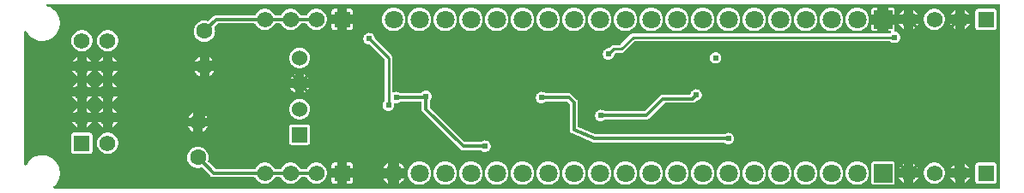
<source format=gbl>
G04 Layer: BottomLayer*
G04 EasyEDA v6.5.51, 2025-08-29 13:17:01*
G04 9dbd3623970045be9e5ad1379a4f5d38,14c8f2514d444a3a831de9b613ea4171,10*
G04 Gerber Generator version 0.2*
G04 Scale: 100 percent, Rotated: No, Reflected: No *
G04 Dimensions in millimeters *
G04 leading zeros omitted , absolute positions ,4 integer and 5 decimal *
%FSLAX45Y45*%
%MOMM*%

%AMMACRO1*21,1,$1,$2,0,0,$3*%
%ADD10C,0.2540*%
%ADD11C,0.3000*%
%ADD12MACRO1,1.5748X1.5748X0.0000*%
%ADD13C,1.5748*%
%ADD14C,1.6000*%
%ADD15C,1.8000*%
%ADD16MACRO1,1.8X1.8X0.0000*%
%ADD17MACRO1,1.524X1.524X90.0000*%
%ADD18C,1.5240*%
%ADD19C,0.0133*%
%ADD20MACRO1,1.5748X1.5748X90.0000*%
%ADD21C,0.6200*%

%LPD*%
G36*
X336092Y-1853692D02*
G01*
X332028Y-1852879D01*
X328676Y-1850491D01*
X326542Y-1846986D01*
X325932Y-1842922D01*
X326999Y-1838960D01*
X329590Y-1835708D01*
X335381Y-1830882D01*
X348030Y-1817928D01*
X359257Y-1803704D01*
X368960Y-1788414D01*
X377088Y-1772259D01*
X383438Y-1755292D01*
X388061Y-1737766D01*
X390855Y-1719884D01*
X391769Y-1701800D01*
X390855Y-1683715D01*
X388061Y-1665833D01*
X383438Y-1648307D01*
X377088Y-1631340D01*
X368960Y-1615186D01*
X359257Y-1599895D01*
X348030Y-1585671D01*
X335381Y-1572717D01*
X321462Y-1561134D01*
X306425Y-1551025D01*
X290474Y-1542491D01*
X273710Y-1535684D01*
X256286Y-1530604D01*
X238506Y-1527352D01*
X220421Y-1525981D01*
X202336Y-1526438D01*
X184353Y-1528775D01*
X166725Y-1532890D01*
X149656Y-1538884D01*
X133248Y-1546555D01*
X117703Y-1555851D01*
X103225Y-1566722D01*
X89916Y-1579016D01*
X77978Y-1592630D01*
X67462Y-1607413D01*
X60147Y-1620367D01*
X57200Y-1623618D01*
X53136Y-1625346D01*
X48717Y-1625193D01*
X44805Y-1623161D01*
X42113Y-1619656D01*
X41148Y-1615338D01*
X41148Y-302361D01*
X42113Y-298043D01*
X44805Y-294538D01*
X48717Y-292506D01*
X53136Y-292354D01*
X57200Y-294081D01*
X60147Y-297332D01*
X67462Y-310286D01*
X77978Y-325069D01*
X89916Y-338683D01*
X103225Y-350977D01*
X117703Y-361848D01*
X133248Y-371144D01*
X149656Y-378815D01*
X166725Y-384810D01*
X184353Y-388924D01*
X202336Y-391261D01*
X220421Y-391718D01*
X238506Y-390347D01*
X256286Y-387096D01*
X273710Y-382016D01*
X290474Y-375208D01*
X306425Y-366674D01*
X321462Y-356565D01*
X335381Y-344982D01*
X348030Y-332028D01*
X359257Y-317804D01*
X368960Y-302514D01*
X377088Y-286359D01*
X383438Y-269392D01*
X388061Y-251866D01*
X390855Y-233984D01*
X391769Y-215900D01*
X390855Y-197815D01*
X388061Y-179933D01*
X383438Y-162407D01*
X377088Y-145440D01*
X368960Y-129285D01*
X359257Y-113995D01*
X348030Y-99771D01*
X335381Y-86817D01*
X321462Y-75234D01*
X306425Y-65125D01*
X290474Y-56591D01*
X273710Y-49784D01*
X260146Y-45821D01*
X256489Y-43891D01*
X253898Y-40690D01*
X252831Y-36728D01*
X253390Y-32613D01*
X255574Y-29108D01*
X258927Y-26720D01*
X262991Y-25908D01*
X9654032Y-25908D01*
X9657943Y-26670D01*
X9661194Y-28905D01*
X9663430Y-32156D01*
X9664192Y-36068D01*
X9664192Y-1843532D01*
X9663430Y-1847443D01*
X9661194Y-1850694D01*
X9657943Y-1852930D01*
X9654032Y-1853692D01*
G37*

%LPC*%
G36*
X8419541Y-1817725D02*
G01*
X8598408Y-1817725D01*
X8604758Y-1817014D01*
X8610193Y-1815084D01*
X8615121Y-1811985D01*
X8619185Y-1807921D01*
X8622284Y-1802993D01*
X8624163Y-1797557D01*
X8624874Y-1791207D01*
X8624874Y-1612392D01*
X8624163Y-1606042D01*
X8622284Y-1600606D01*
X8619185Y-1595678D01*
X8615121Y-1591614D01*
X8610193Y-1588516D01*
X8604758Y-1586585D01*
X8598408Y-1585874D01*
X8419541Y-1585874D01*
X8413242Y-1586585D01*
X8407755Y-1588516D01*
X8402878Y-1591614D01*
X8398764Y-1595678D01*
X8395716Y-1600606D01*
X8393785Y-1606042D01*
X8393074Y-1612392D01*
X8393074Y-1791207D01*
X8393785Y-1797557D01*
X8395716Y-1802993D01*
X8398764Y-1807921D01*
X8402878Y-1811985D01*
X8407755Y-1815084D01*
X8413242Y-1817014D01*
G37*
G36*
X6215684Y-1817471D02*
G01*
X6230264Y-1817471D01*
X6244691Y-1815642D01*
X6258814Y-1812036D01*
X6272326Y-1806651D01*
X6285077Y-1799640D01*
X6296863Y-1791106D01*
X6307480Y-1781149D01*
X6316726Y-1769922D01*
X6324549Y-1757629D01*
X6330746Y-1744472D01*
X6335217Y-1730603D01*
X6337960Y-1716328D01*
X6338874Y-1701800D01*
X6337960Y-1687271D01*
X6335217Y-1672996D01*
X6330746Y-1659128D01*
X6324549Y-1645970D01*
X6316726Y-1633677D01*
X6307480Y-1622450D01*
X6296863Y-1612493D01*
X6285077Y-1603959D01*
X6272326Y-1596948D01*
X6258814Y-1591564D01*
X6244691Y-1587957D01*
X6230264Y-1586128D01*
X6215684Y-1586128D01*
X6201257Y-1587957D01*
X6187186Y-1591564D01*
X6173622Y-1596948D01*
X6160871Y-1603959D01*
X6149136Y-1612493D01*
X6138519Y-1622450D01*
X6129223Y-1633677D01*
X6121450Y-1645970D01*
X6115253Y-1659128D01*
X6110732Y-1672996D01*
X6107988Y-1687271D01*
X6107074Y-1701800D01*
X6107988Y-1716328D01*
X6110732Y-1730603D01*
X6115253Y-1744472D01*
X6121450Y-1757629D01*
X6129223Y-1769922D01*
X6138519Y-1781149D01*
X6149136Y-1791106D01*
X6160871Y-1799640D01*
X6173622Y-1806651D01*
X6187186Y-1812036D01*
X6201257Y-1815642D01*
G37*
G36*
X5961684Y-1817471D02*
G01*
X5976264Y-1817471D01*
X5990691Y-1815642D01*
X6004814Y-1812036D01*
X6018326Y-1806651D01*
X6031077Y-1799640D01*
X6042863Y-1791106D01*
X6053480Y-1781149D01*
X6062726Y-1769922D01*
X6070549Y-1757629D01*
X6076746Y-1744472D01*
X6081217Y-1730603D01*
X6083960Y-1716328D01*
X6084874Y-1701800D01*
X6083960Y-1687271D01*
X6081217Y-1672996D01*
X6076746Y-1659128D01*
X6070549Y-1645970D01*
X6062726Y-1633677D01*
X6053480Y-1622450D01*
X6042863Y-1612493D01*
X6031077Y-1603959D01*
X6018326Y-1596948D01*
X6004814Y-1591564D01*
X5990691Y-1587957D01*
X5976264Y-1586128D01*
X5961684Y-1586128D01*
X5947257Y-1587957D01*
X5933186Y-1591564D01*
X5919622Y-1596948D01*
X5906871Y-1603959D01*
X5895136Y-1612493D01*
X5884519Y-1622450D01*
X5875223Y-1633677D01*
X5867450Y-1645970D01*
X5861253Y-1659128D01*
X5856732Y-1672996D01*
X5853988Y-1687271D01*
X5853074Y-1701800D01*
X5853988Y-1716328D01*
X5856732Y-1730603D01*
X5861253Y-1744472D01*
X5867450Y-1757629D01*
X5875223Y-1769922D01*
X5884519Y-1781149D01*
X5895136Y-1791106D01*
X5906871Y-1799640D01*
X5919622Y-1806651D01*
X5933186Y-1812036D01*
X5947257Y-1815642D01*
G37*
G36*
X6469684Y-1817471D02*
G01*
X6484264Y-1817471D01*
X6498691Y-1815642D01*
X6512814Y-1812036D01*
X6526326Y-1806651D01*
X6539077Y-1799640D01*
X6550863Y-1791106D01*
X6561480Y-1781149D01*
X6570725Y-1769922D01*
X6578549Y-1757629D01*
X6584746Y-1744472D01*
X6589217Y-1730603D01*
X6591960Y-1716328D01*
X6592874Y-1701800D01*
X6591960Y-1687271D01*
X6589217Y-1672996D01*
X6584746Y-1659128D01*
X6578549Y-1645970D01*
X6570725Y-1633677D01*
X6561480Y-1622450D01*
X6550863Y-1612493D01*
X6539077Y-1603959D01*
X6526326Y-1596948D01*
X6512814Y-1591564D01*
X6498691Y-1587957D01*
X6484264Y-1586128D01*
X6469684Y-1586128D01*
X6455257Y-1587957D01*
X6441186Y-1591564D01*
X6427622Y-1596948D01*
X6414871Y-1603959D01*
X6403136Y-1612493D01*
X6392519Y-1622450D01*
X6383223Y-1633677D01*
X6375450Y-1645970D01*
X6369253Y-1659128D01*
X6364732Y-1672996D01*
X6361988Y-1687271D01*
X6361074Y-1701800D01*
X6361988Y-1716328D01*
X6364732Y-1730603D01*
X6369253Y-1744472D01*
X6375450Y-1757629D01*
X6383223Y-1769922D01*
X6392519Y-1781149D01*
X6403136Y-1791106D01*
X6414871Y-1799640D01*
X6427622Y-1806651D01*
X6441186Y-1812036D01*
X6455257Y-1815642D01*
G37*
G36*
X5707684Y-1817471D02*
G01*
X5722264Y-1817471D01*
X5736691Y-1815642D01*
X5750814Y-1812036D01*
X5764326Y-1806651D01*
X5777077Y-1799640D01*
X5788863Y-1791106D01*
X5799480Y-1781149D01*
X5808726Y-1769922D01*
X5816549Y-1757629D01*
X5822746Y-1744472D01*
X5827217Y-1730603D01*
X5829960Y-1716328D01*
X5830874Y-1701800D01*
X5829960Y-1687271D01*
X5827217Y-1672996D01*
X5822746Y-1659128D01*
X5816549Y-1645970D01*
X5808726Y-1633677D01*
X5799480Y-1622450D01*
X5788863Y-1612493D01*
X5777077Y-1603959D01*
X5764326Y-1596948D01*
X5750814Y-1591564D01*
X5736691Y-1587957D01*
X5722264Y-1586128D01*
X5707684Y-1586128D01*
X5693257Y-1587957D01*
X5679186Y-1591564D01*
X5665622Y-1596948D01*
X5652871Y-1603959D01*
X5641136Y-1612493D01*
X5630519Y-1622450D01*
X5621223Y-1633677D01*
X5613450Y-1645970D01*
X5607253Y-1659128D01*
X5602732Y-1672996D01*
X5599988Y-1687271D01*
X5599074Y-1701800D01*
X5599988Y-1716328D01*
X5602732Y-1730603D01*
X5607253Y-1744472D01*
X5613450Y-1757629D01*
X5621223Y-1769922D01*
X5630519Y-1781149D01*
X5641136Y-1791106D01*
X5652871Y-1799640D01*
X5665622Y-1806651D01*
X5679186Y-1812036D01*
X5693257Y-1815642D01*
G37*
G36*
X6723684Y-1817471D02*
G01*
X6738264Y-1817471D01*
X6752691Y-1815642D01*
X6766814Y-1812036D01*
X6780326Y-1806651D01*
X6793077Y-1799640D01*
X6804863Y-1791106D01*
X6815480Y-1781149D01*
X6824725Y-1769922D01*
X6832549Y-1757629D01*
X6838746Y-1744472D01*
X6843217Y-1730603D01*
X6845960Y-1716328D01*
X6846874Y-1701800D01*
X6845960Y-1687271D01*
X6843217Y-1672996D01*
X6838746Y-1659128D01*
X6832549Y-1645970D01*
X6824725Y-1633677D01*
X6815480Y-1622450D01*
X6804863Y-1612493D01*
X6793077Y-1603959D01*
X6780326Y-1596948D01*
X6766814Y-1591564D01*
X6752691Y-1587957D01*
X6738264Y-1586128D01*
X6723684Y-1586128D01*
X6709257Y-1587957D01*
X6695186Y-1591564D01*
X6681622Y-1596948D01*
X6668871Y-1603959D01*
X6657136Y-1612493D01*
X6646519Y-1622450D01*
X6637223Y-1633677D01*
X6629450Y-1645970D01*
X6623253Y-1659128D01*
X6618731Y-1672996D01*
X6615988Y-1687271D01*
X6615074Y-1701800D01*
X6615988Y-1716328D01*
X6618731Y-1730603D01*
X6623253Y-1744472D01*
X6629450Y-1757629D01*
X6637223Y-1769922D01*
X6646519Y-1781149D01*
X6657136Y-1791106D01*
X6668871Y-1799640D01*
X6681622Y-1806651D01*
X6695186Y-1812036D01*
X6709257Y-1815642D01*
G37*
G36*
X5453684Y-1817471D02*
G01*
X5468264Y-1817471D01*
X5482691Y-1815642D01*
X5496814Y-1812036D01*
X5510326Y-1806651D01*
X5523077Y-1799640D01*
X5534863Y-1791106D01*
X5545480Y-1781149D01*
X5554726Y-1769922D01*
X5562549Y-1757629D01*
X5568746Y-1744472D01*
X5573217Y-1730603D01*
X5575960Y-1716328D01*
X5576874Y-1701800D01*
X5575960Y-1687271D01*
X5573217Y-1672996D01*
X5568746Y-1659128D01*
X5562549Y-1645970D01*
X5554726Y-1633677D01*
X5545480Y-1622450D01*
X5534863Y-1612493D01*
X5523077Y-1603959D01*
X5510326Y-1596948D01*
X5496814Y-1591564D01*
X5482691Y-1587957D01*
X5468264Y-1586128D01*
X5453684Y-1586128D01*
X5439257Y-1587957D01*
X5425186Y-1591564D01*
X5411622Y-1596948D01*
X5398871Y-1603959D01*
X5387136Y-1612493D01*
X5376519Y-1622450D01*
X5367223Y-1633677D01*
X5359450Y-1645970D01*
X5353253Y-1659128D01*
X5348732Y-1672996D01*
X5345988Y-1687271D01*
X5345074Y-1701800D01*
X5345988Y-1716328D01*
X5348732Y-1730603D01*
X5353253Y-1744472D01*
X5359450Y-1757629D01*
X5367223Y-1769922D01*
X5376519Y-1781149D01*
X5387136Y-1791106D01*
X5398871Y-1799640D01*
X5411622Y-1806651D01*
X5425186Y-1812036D01*
X5439257Y-1815642D01*
G37*
G36*
X6977684Y-1817471D02*
G01*
X6992264Y-1817471D01*
X7006691Y-1815642D01*
X7020814Y-1812036D01*
X7034326Y-1806651D01*
X7047077Y-1799640D01*
X7058863Y-1791106D01*
X7069480Y-1781149D01*
X7078725Y-1769922D01*
X7086549Y-1757629D01*
X7092746Y-1744472D01*
X7097217Y-1730603D01*
X7099960Y-1716328D01*
X7100874Y-1701800D01*
X7099960Y-1687271D01*
X7097217Y-1672996D01*
X7092746Y-1659128D01*
X7086549Y-1645970D01*
X7078725Y-1633677D01*
X7069480Y-1622450D01*
X7058863Y-1612493D01*
X7047077Y-1603959D01*
X7034326Y-1596948D01*
X7020814Y-1591564D01*
X7006691Y-1587957D01*
X6992264Y-1586128D01*
X6977684Y-1586128D01*
X6963257Y-1587957D01*
X6949186Y-1591564D01*
X6935622Y-1596948D01*
X6922871Y-1603959D01*
X6911136Y-1612493D01*
X6900519Y-1622450D01*
X6891223Y-1633677D01*
X6883450Y-1645970D01*
X6877253Y-1659128D01*
X6872731Y-1672996D01*
X6869988Y-1687271D01*
X6869074Y-1701800D01*
X6869988Y-1716328D01*
X6872731Y-1730603D01*
X6877253Y-1744472D01*
X6883450Y-1757629D01*
X6891223Y-1769922D01*
X6900519Y-1781149D01*
X6911136Y-1791106D01*
X6922871Y-1799640D01*
X6935622Y-1806651D01*
X6949186Y-1812036D01*
X6963257Y-1815642D01*
G37*
G36*
X5199684Y-1817471D02*
G01*
X5214264Y-1817471D01*
X5228691Y-1815642D01*
X5242814Y-1812036D01*
X5256326Y-1806651D01*
X5269077Y-1799640D01*
X5280863Y-1791106D01*
X5291480Y-1781149D01*
X5300726Y-1769922D01*
X5308549Y-1757629D01*
X5314746Y-1744472D01*
X5319217Y-1730603D01*
X5321960Y-1716328D01*
X5322874Y-1701800D01*
X5321960Y-1687271D01*
X5319217Y-1672996D01*
X5314746Y-1659128D01*
X5308549Y-1645970D01*
X5300726Y-1633677D01*
X5291480Y-1622450D01*
X5280863Y-1612493D01*
X5269077Y-1603959D01*
X5256326Y-1596948D01*
X5242814Y-1591564D01*
X5228691Y-1587957D01*
X5214264Y-1586128D01*
X5199684Y-1586128D01*
X5185257Y-1587957D01*
X5171186Y-1591564D01*
X5157622Y-1596948D01*
X5144871Y-1603959D01*
X5133136Y-1612493D01*
X5122519Y-1622450D01*
X5113223Y-1633677D01*
X5105450Y-1645970D01*
X5099253Y-1659128D01*
X5094732Y-1672996D01*
X5091988Y-1687271D01*
X5091074Y-1701800D01*
X5091988Y-1716328D01*
X5094732Y-1730603D01*
X5099253Y-1744472D01*
X5105450Y-1757629D01*
X5113223Y-1769922D01*
X5122519Y-1781149D01*
X5133136Y-1791106D01*
X5144871Y-1799640D01*
X5157622Y-1806651D01*
X5171186Y-1812036D01*
X5185257Y-1815642D01*
G37*
G36*
X7231684Y-1817471D02*
G01*
X7246264Y-1817471D01*
X7260691Y-1815642D01*
X7274814Y-1812036D01*
X7288326Y-1806651D01*
X7301077Y-1799640D01*
X7312863Y-1791106D01*
X7323480Y-1781149D01*
X7332725Y-1769922D01*
X7340549Y-1757629D01*
X7346746Y-1744472D01*
X7351217Y-1730603D01*
X7353960Y-1716328D01*
X7354874Y-1701800D01*
X7353960Y-1687271D01*
X7351217Y-1672996D01*
X7346746Y-1659128D01*
X7340549Y-1645970D01*
X7332725Y-1633677D01*
X7323480Y-1622450D01*
X7312863Y-1612493D01*
X7301077Y-1603959D01*
X7288326Y-1596948D01*
X7274814Y-1591564D01*
X7260691Y-1587957D01*
X7246264Y-1586128D01*
X7231684Y-1586128D01*
X7217257Y-1587957D01*
X7203186Y-1591564D01*
X7189622Y-1596948D01*
X7176871Y-1603959D01*
X7165136Y-1612493D01*
X7154519Y-1622450D01*
X7145223Y-1633677D01*
X7137450Y-1645970D01*
X7131253Y-1659128D01*
X7126731Y-1672996D01*
X7123988Y-1687271D01*
X7123074Y-1701800D01*
X7123988Y-1716328D01*
X7126731Y-1730603D01*
X7131253Y-1744472D01*
X7137450Y-1757629D01*
X7145223Y-1769922D01*
X7154519Y-1781149D01*
X7165136Y-1791106D01*
X7176871Y-1799640D01*
X7189622Y-1806651D01*
X7203186Y-1812036D01*
X7217257Y-1815642D01*
G37*
G36*
X4945684Y-1817471D02*
G01*
X4960264Y-1817471D01*
X4974691Y-1815642D01*
X4988814Y-1812036D01*
X5002326Y-1806651D01*
X5015077Y-1799640D01*
X5026863Y-1791106D01*
X5037480Y-1781149D01*
X5046726Y-1769922D01*
X5054549Y-1757629D01*
X5060746Y-1744472D01*
X5065217Y-1730603D01*
X5067960Y-1716328D01*
X5068874Y-1701800D01*
X5067960Y-1687271D01*
X5065217Y-1672996D01*
X5060746Y-1659128D01*
X5054549Y-1645970D01*
X5046726Y-1633677D01*
X5037480Y-1622450D01*
X5026863Y-1612493D01*
X5015077Y-1603959D01*
X5002326Y-1596948D01*
X4988814Y-1591564D01*
X4974691Y-1587957D01*
X4960264Y-1586128D01*
X4945684Y-1586128D01*
X4931257Y-1587957D01*
X4917186Y-1591564D01*
X4903622Y-1596948D01*
X4890871Y-1603959D01*
X4879136Y-1612493D01*
X4868519Y-1622450D01*
X4859223Y-1633677D01*
X4851450Y-1645970D01*
X4845253Y-1659128D01*
X4840732Y-1672996D01*
X4837988Y-1687271D01*
X4837074Y-1701800D01*
X4837988Y-1716328D01*
X4840732Y-1730603D01*
X4845253Y-1744472D01*
X4851450Y-1757629D01*
X4859223Y-1769922D01*
X4868519Y-1781149D01*
X4879136Y-1791106D01*
X4890871Y-1799640D01*
X4903622Y-1806651D01*
X4917186Y-1812036D01*
X4931257Y-1815642D01*
G37*
G36*
X7485684Y-1817471D02*
G01*
X7500264Y-1817471D01*
X7514691Y-1815642D01*
X7528814Y-1812036D01*
X7542326Y-1806651D01*
X7555077Y-1799640D01*
X7566863Y-1791106D01*
X7577480Y-1781149D01*
X7586725Y-1769922D01*
X7594549Y-1757629D01*
X7600746Y-1744472D01*
X7605217Y-1730603D01*
X7607960Y-1716328D01*
X7608874Y-1701800D01*
X7607960Y-1687271D01*
X7605217Y-1672996D01*
X7600746Y-1659128D01*
X7594549Y-1645970D01*
X7586725Y-1633677D01*
X7577480Y-1622450D01*
X7566863Y-1612493D01*
X7555077Y-1603959D01*
X7542326Y-1596948D01*
X7528814Y-1591564D01*
X7514691Y-1587957D01*
X7500264Y-1586128D01*
X7485684Y-1586128D01*
X7471257Y-1587957D01*
X7457186Y-1591564D01*
X7443622Y-1596948D01*
X7430871Y-1603959D01*
X7419136Y-1612493D01*
X7408519Y-1622450D01*
X7399223Y-1633677D01*
X7391450Y-1645970D01*
X7385253Y-1659128D01*
X7380731Y-1672996D01*
X7377988Y-1687271D01*
X7377074Y-1701800D01*
X7377988Y-1716328D01*
X7380731Y-1730603D01*
X7385253Y-1744472D01*
X7391450Y-1757629D01*
X7399223Y-1769922D01*
X7408519Y-1781149D01*
X7419136Y-1791106D01*
X7430871Y-1799640D01*
X7443622Y-1806651D01*
X7457186Y-1812036D01*
X7471257Y-1815642D01*
G37*
G36*
X4691684Y-1817471D02*
G01*
X4706264Y-1817471D01*
X4720691Y-1815642D01*
X4734814Y-1812036D01*
X4748326Y-1806651D01*
X4761077Y-1799640D01*
X4772863Y-1791106D01*
X4783480Y-1781149D01*
X4792726Y-1769922D01*
X4800549Y-1757629D01*
X4806746Y-1744472D01*
X4811217Y-1730603D01*
X4813960Y-1716328D01*
X4814874Y-1701800D01*
X4813960Y-1687271D01*
X4811217Y-1672996D01*
X4806746Y-1659128D01*
X4800549Y-1645970D01*
X4792726Y-1633677D01*
X4783480Y-1622450D01*
X4772863Y-1612493D01*
X4761077Y-1603959D01*
X4748326Y-1596948D01*
X4734814Y-1591564D01*
X4720691Y-1587957D01*
X4706264Y-1586128D01*
X4691684Y-1586128D01*
X4677257Y-1587957D01*
X4663186Y-1591564D01*
X4649622Y-1596948D01*
X4636871Y-1603959D01*
X4625136Y-1612493D01*
X4614519Y-1622450D01*
X4605223Y-1633677D01*
X4597450Y-1645970D01*
X4591253Y-1659128D01*
X4586732Y-1672996D01*
X4583988Y-1687271D01*
X4583074Y-1701800D01*
X4583988Y-1716328D01*
X4586732Y-1730603D01*
X4591253Y-1744472D01*
X4597450Y-1757629D01*
X4605223Y-1769922D01*
X4614519Y-1781149D01*
X4625136Y-1791106D01*
X4636871Y-1799640D01*
X4649622Y-1806651D01*
X4663186Y-1812036D01*
X4677257Y-1815642D01*
G37*
G36*
X7739684Y-1817471D02*
G01*
X7754264Y-1817471D01*
X7768691Y-1815642D01*
X7782814Y-1812036D01*
X7796326Y-1806651D01*
X7809077Y-1799640D01*
X7820863Y-1791106D01*
X7831480Y-1781149D01*
X7840725Y-1769922D01*
X7848549Y-1757629D01*
X7854746Y-1744472D01*
X7859217Y-1730603D01*
X7861960Y-1716328D01*
X7862874Y-1701800D01*
X7861960Y-1687271D01*
X7859217Y-1672996D01*
X7854746Y-1659128D01*
X7848549Y-1645970D01*
X7840725Y-1633677D01*
X7831480Y-1622450D01*
X7820863Y-1612493D01*
X7809077Y-1603959D01*
X7796326Y-1596948D01*
X7782814Y-1591564D01*
X7768691Y-1587957D01*
X7754264Y-1586128D01*
X7739684Y-1586128D01*
X7725257Y-1587957D01*
X7711186Y-1591564D01*
X7697622Y-1596948D01*
X7684871Y-1603959D01*
X7673136Y-1612493D01*
X7662519Y-1622450D01*
X7653223Y-1633677D01*
X7645450Y-1645970D01*
X7639253Y-1659128D01*
X7634731Y-1672996D01*
X7631988Y-1687271D01*
X7631074Y-1701800D01*
X7631988Y-1716328D01*
X7634731Y-1730603D01*
X7639253Y-1744472D01*
X7645450Y-1757629D01*
X7653223Y-1769922D01*
X7662519Y-1781149D01*
X7673136Y-1791106D01*
X7684871Y-1799640D01*
X7697622Y-1806651D01*
X7711186Y-1812036D01*
X7725257Y-1815642D01*
G37*
G36*
X7993684Y-1817471D02*
G01*
X8008264Y-1817471D01*
X8022691Y-1815642D01*
X8036814Y-1812036D01*
X8050326Y-1806651D01*
X8063077Y-1799640D01*
X8074863Y-1791106D01*
X8085480Y-1781149D01*
X8094725Y-1769922D01*
X8102549Y-1757629D01*
X8108746Y-1744472D01*
X8113217Y-1730603D01*
X8115960Y-1716328D01*
X8116874Y-1701800D01*
X8115960Y-1687271D01*
X8113217Y-1672996D01*
X8108746Y-1659128D01*
X8102549Y-1645970D01*
X8094725Y-1633677D01*
X8085480Y-1622450D01*
X8074863Y-1612493D01*
X8063077Y-1603959D01*
X8050326Y-1596948D01*
X8036814Y-1591564D01*
X8022691Y-1587957D01*
X8008264Y-1586128D01*
X7993684Y-1586128D01*
X7979257Y-1587957D01*
X7965186Y-1591564D01*
X7951622Y-1596948D01*
X7938871Y-1603959D01*
X7927136Y-1612493D01*
X7916519Y-1622450D01*
X7907223Y-1633677D01*
X7899450Y-1645970D01*
X7893253Y-1659128D01*
X7888731Y-1672996D01*
X7885988Y-1687271D01*
X7885074Y-1701800D01*
X7885988Y-1716328D01*
X7888731Y-1730603D01*
X7893253Y-1744472D01*
X7899450Y-1757629D01*
X7907223Y-1769922D01*
X7916519Y-1781149D01*
X7927136Y-1791106D01*
X7938871Y-1799640D01*
X7951622Y-1806651D01*
X7965186Y-1812036D01*
X7979257Y-1815642D01*
G37*
G36*
X4437684Y-1817471D02*
G01*
X4452264Y-1817471D01*
X4466691Y-1815642D01*
X4480814Y-1812036D01*
X4494326Y-1806651D01*
X4507077Y-1799640D01*
X4518863Y-1791106D01*
X4529480Y-1781149D01*
X4538726Y-1769922D01*
X4546549Y-1757629D01*
X4552746Y-1744472D01*
X4557217Y-1730603D01*
X4559960Y-1716328D01*
X4560874Y-1701800D01*
X4559960Y-1687271D01*
X4557217Y-1672996D01*
X4552746Y-1659128D01*
X4546549Y-1645970D01*
X4538726Y-1633677D01*
X4529480Y-1622450D01*
X4518863Y-1612493D01*
X4507077Y-1603959D01*
X4494326Y-1596948D01*
X4480814Y-1591564D01*
X4466691Y-1587957D01*
X4452264Y-1586128D01*
X4437684Y-1586128D01*
X4423257Y-1587957D01*
X4409186Y-1591564D01*
X4395622Y-1596948D01*
X4382871Y-1603959D01*
X4371136Y-1612493D01*
X4360519Y-1622450D01*
X4351223Y-1633677D01*
X4343450Y-1645970D01*
X4337253Y-1659128D01*
X4332732Y-1672996D01*
X4329988Y-1687271D01*
X4329074Y-1701800D01*
X4329988Y-1716328D01*
X4332732Y-1730603D01*
X4337253Y-1744472D01*
X4343450Y-1757629D01*
X4351223Y-1769922D01*
X4360519Y-1781149D01*
X4371136Y-1791106D01*
X4382871Y-1799640D01*
X4395622Y-1806651D01*
X4409186Y-1812036D01*
X4423257Y-1815642D01*
G37*
G36*
X8247684Y-1817471D02*
G01*
X8262264Y-1817471D01*
X8276691Y-1815642D01*
X8290814Y-1812036D01*
X8304326Y-1806651D01*
X8317077Y-1799640D01*
X8328863Y-1791106D01*
X8339480Y-1781149D01*
X8348725Y-1769922D01*
X8356549Y-1757629D01*
X8362746Y-1744472D01*
X8367217Y-1730603D01*
X8369960Y-1716328D01*
X8370874Y-1701800D01*
X8369960Y-1687271D01*
X8367217Y-1672996D01*
X8362746Y-1659128D01*
X8356549Y-1645970D01*
X8348725Y-1633677D01*
X8339480Y-1622450D01*
X8328863Y-1612493D01*
X8317077Y-1603959D01*
X8304326Y-1596948D01*
X8290814Y-1591564D01*
X8276691Y-1587957D01*
X8262264Y-1586128D01*
X8247684Y-1586128D01*
X8233257Y-1587957D01*
X8219186Y-1591564D01*
X8205622Y-1596948D01*
X8192871Y-1603959D01*
X8181136Y-1612493D01*
X8170519Y-1622450D01*
X8161223Y-1633677D01*
X8153450Y-1645970D01*
X8147253Y-1659128D01*
X8142731Y-1672996D01*
X8139988Y-1687271D01*
X8139074Y-1701800D01*
X8139988Y-1716328D01*
X8142731Y-1730603D01*
X8147253Y-1744472D01*
X8153450Y-1757629D01*
X8161223Y-1769922D01*
X8170519Y-1781149D01*
X8181136Y-1791106D01*
X8192871Y-1799640D01*
X8205622Y-1806651D01*
X8219186Y-1812036D01*
X8233257Y-1815642D01*
G37*
G36*
X4183684Y-1817471D02*
G01*
X4198264Y-1817471D01*
X4212691Y-1815642D01*
X4226814Y-1812036D01*
X4240326Y-1806651D01*
X4253077Y-1799640D01*
X4264863Y-1791106D01*
X4275480Y-1781149D01*
X4284726Y-1769922D01*
X4292549Y-1757629D01*
X4298746Y-1744472D01*
X4303217Y-1730603D01*
X4305960Y-1716328D01*
X4306874Y-1701800D01*
X4305960Y-1687271D01*
X4303217Y-1672996D01*
X4298746Y-1659128D01*
X4292549Y-1645970D01*
X4284726Y-1633677D01*
X4275480Y-1622450D01*
X4264863Y-1612493D01*
X4253077Y-1603959D01*
X4240326Y-1596948D01*
X4226814Y-1591564D01*
X4212691Y-1587957D01*
X4198264Y-1586128D01*
X4183684Y-1586128D01*
X4169257Y-1587957D01*
X4155186Y-1591564D01*
X4141622Y-1596948D01*
X4128871Y-1603959D01*
X4117136Y-1612493D01*
X4106519Y-1622450D01*
X4097223Y-1633677D01*
X4089450Y-1645970D01*
X4083253Y-1659128D01*
X4078732Y-1672996D01*
X4075988Y-1687271D01*
X4075074Y-1701800D01*
X4075988Y-1716328D01*
X4078732Y-1730603D01*
X4083253Y-1744472D01*
X4089450Y-1757629D01*
X4097223Y-1769922D01*
X4106519Y-1781149D01*
X4117136Y-1791106D01*
X4128871Y-1799640D01*
X4141622Y-1806651D01*
X4155186Y-1812036D01*
X4169257Y-1815642D01*
G37*
G36*
X3929684Y-1817471D02*
G01*
X3944264Y-1817471D01*
X3958691Y-1815642D01*
X3972814Y-1812036D01*
X3986326Y-1806651D01*
X3999077Y-1799640D01*
X4010863Y-1791106D01*
X4021480Y-1781149D01*
X4030726Y-1769922D01*
X4038549Y-1757629D01*
X4044746Y-1744472D01*
X4049217Y-1730603D01*
X4051960Y-1716328D01*
X4052874Y-1701800D01*
X4051960Y-1687271D01*
X4049217Y-1672996D01*
X4044746Y-1659128D01*
X4038549Y-1645970D01*
X4030726Y-1633677D01*
X4021480Y-1622450D01*
X4010863Y-1612493D01*
X3999077Y-1603959D01*
X3986326Y-1596948D01*
X3972814Y-1591564D01*
X3958691Y-1587957D01*
X3944264Y-1586128D01*
X3929684Y-1586128D01*
X3915257Y-1587957D01*
X3901186Y-1591564D01*
X3887622Y-1596948D01*
X3874871Y-1603959D01*
X3863136Y-1612493D01*
X3852519Y-1622450D01*
X3843223Y-1633677D01*
X3835450Y-1645970D01*
X3829253Y-1659128D01*
X3824732Y-1672996D01*
X3821988Y-1687271D01*
X3821074Y-1701800D01*
X3821988Y-1716328D01*
X3824732Y-1730603D01*
X3829253Y-1744472D01*
X3835450Y-1757629D01*
X3843223Y-1769922D01*
X3852519Y-1781149D01*
X3863136Y-1791106D01*
X3874871Y-1799640D01*
X3887622Y-1806651D01*
X3901186Y-1812036D01*
X3915257Y-1815642D01*
G37*
G36*
X3220720Y-1806448D02*
G01*
X3253181Y-1806448D01*
X3259480Y-1805736D01*
X3264966Y-1803806D01*
X3269843Y-1800758D01*
X3273958Y-1796643D01*
X3277006Y-1791766D01*
X3278936Y-1786280D01*
X3279648Y-1779981D01*
X3279648Y-1747520D01*
X3220720Y-1747520D01*
G37*
G36*
X3096818Y-1806448D02*
G01*
X3129280Y-1806448D01*
X3129280Y-1747520D01*
X3070352Y-1747520D01*
X3070352Y-1779981D01*
X3071063Y-1786280D01*
X3072993Y-1791766D01*
X3076041Y-1796643D01*
X3080156Y-1800758D01*
X3085033Y-1803806D01*
X3090519Y-1805736D01*
G37*
G36*
X9017000Y-1806448D02*
G01*
X9030614Y-1805533D01*
X9044076Y-1802841D01*
X9057030Y-1798472D01*
X9069273Y-1792427D01*
X9080652Y-1784807D01*
X9090964Y-1775764D01*
X9100007Y-1765503D01*
X9107576Y-1754124D01*
X9113621Y-1741830D01*
X9118041Y-1728876D01*
X9120733Y-1715465D01*
X9121597Y-1701800D01*
X9120733Y-1688134D01*
X9118041Y-1674723D01*
X9113621Y-1661769D01*
X9107576Y-1649475D01*
X9100007Y-1638096D01*
X9090964Y-1627835D01*
X9080652Y-1618792D01*
X9069273Y-1611172D01*
X9057030Y-1605127D01*
X9044076Y-1600758D01*
X9030614Y-1598066D01*
X9017000Y-1597152D01*
X9003334Y-1598066D01*
X8989923Y-1600758D01*
X8976918Y-1605127D01*
X8964676Y-1611172D01*
X8953296Y-1618792D01*
X8942984Y-1627835D01*
X8933992Y-1638096D01*
X8926372Y-1649475D01*
X8920327Y-1661769D01*
X8915908Y-1674723D01*
X8913266Y-1688134D01*
X8912352Y-1701800D01*
X8913266Y-1715465D01*
X8915908Y-1728876D01*
X8920327Y-1741830D01*
X8926372Y-1754124D01*
X8933992Y-1765503D01*
X8942984Y-1775764D01*
X8953296Y-1784807D01*
X8964676Y-1792427D01*
X8976918Y-1798472D01*
X8989923Y-1802841D01*
X9003334Y-1805533D01*
G37*
G36*
X9446818Y-1806448D02*
G01*
X9603130Y-1806448D01*
X9609480Y-1805736D01*
X9614916Y-1803806D01*
X9619843Y-1800758D01*
X9623907Y-1796643D01*
X9627006Y-1791766D01*
X9628936Y-1786280D01*
X9629648Y-1779981D01*
X9629648Y-1623618D01*
X9628936Y-1617319D01*
X9627006Y-1611833D01*
X9623907Y-1606956D01*
X9619843Y-1602841D01*
X9614916Y-1599793D01*
X9609480Y-1597863D01*
X9603130Y-1597152D01*
X9446818Y-1597152D01*
X9440468Y-1597863D01*
X9435033Y-1599793D01*
X9430105Y-1602841D01*
X9426041Y-1606956D01*
X9422942Y-1611833D01*
X9421063Y-1617319D01*
X9420352Y-1623618D01*
X9420352Y-1779981D01*
X9421063Y-1786280D01*
X9422942Y-1791766D01*
X9426041Y-1796643D01*
X9430105Y-1800758D01*
X9435033Y-1803806D01*
X9440468Y-1805736D01*
G37*
G36*
X2413000Y-1806448D02*
G01*
X2426665Y-1805533D01*
X2440076Y-1802841D01*
X2453030Y-1798472D01*
X2465324Y-1792427D01*
X2476703Y-1784807D01*
X2486964Y-1775764D01*
X2496007Y-1765503D01*
X2503627Y-1754124D01*
X2506421Y-1748383D01*
X2508707Y-1745386D01*
X2511856Y-1743405D01*
X2515565Y-1742693D01*
X2564434Y-1742693D01*
X2568143Y-1743405D01*
X2571292Y-1745386D01*
X2573578Y-1748383D01*
X2576372Y-1754124D01*
X2583992Y-1765503D01*
X2593035Y-1775764D01*
X2603296Y-1784807D01*
X2614676Y-1792427D01*
X2626969Y-1798472D01*
X2639923Y-1802841D01*
X2653334Y-1805533D01*
X2667000Y-1806448D01*
X2680665Y-1805533D01*
X2694076Y-1802841D01*
X2707030Y-1798472D01*
X2719324Y-1792427D01*
X2730703Y-1784807D01*
X2740964Y-1775764D01*
X2750007Y-1765503D01*
X2757627Y-1754124D01*
X2760421Y-1748383D01*
X2762707Y-1745386D01*
X2765856Y-1743405D01*
X2769565Y-1742693D01*
X2818434Y-1742693D01*
X2822143Y-1743405D01*
X2825292Y-1745386D01*
X2827578Y-1748383D01*
X2830372Y-1754124D01*
X2837992Y-1765503D01*
X2847035Y-1775764D01*
X2857296Y-1784807D01*
X2868676Y-1792427D01*
X2880969Y-1798472D01*
X2893923Y-1802841D01*
X2907334Y-1805533D01*
X2921000Y-1806448D01*
X2934665Y-1805533D01*
X2948076Y-1802841D01*
X2961030Y-1798472D01*
X2973324Y-1792427D01*
X2984703Y-1784807D01*
X2994964Y-1775764D01*
X3004007Y-1765503D01*
X3011627Y-1754124D01*
X3017672Y-1741830D01*
X3022041Y-1728876D01*
X3024733Y-1715465D01*
X3025597Y-1701800D01*
X3024733Y-1688134D01*
X3022041Y-1674723D01*
X3017672Y-1661769D01*
X3011627Y-1649475D01*
X3004007Y-1638096D01*
X2994964Y-1627835D01*
X2984703Y-1618792D01*
X2973324Y-1611172D01*
X2961030Y-1605127D01*
X2948076Y-1600758D01*
X2934665Y-1598066D01*
X2921000Y-1597152D01*
X2907334Y-1598066D01*
X2893923Y-1600758D01*
X2880969Y-1605127D01*
X2868676Y-1611172D01*
X2857296Y-1618792D01*
X2847035Y-1627835D01*
X2837992Y-1638096D01*
X2830372Y-1649475D01*
X2827578Y-1655216D01*
X2825292Y-1658213D01*
X2822143Y-1660194D01*
X2818434Y-1660906D01*
X2769565Y-1660906D01*
X2765856Y-1660194D01*
X2762707Y-1658213D01*
X2760421Y-1655216D01*
X2757627Y-1649475D01*
X2750007Y-1638096D01*
X2740964Y-1627835D01*
X2730703Y-1618792D01*
X2719324Y-1611172D01*
X2707030Y-1605127D01*
X2694076Y-1600758D01*
X2680665Y-1598066D01*
X2667000Y-1597152D01*
X2653334Y-1598066D01*
X2639923Y-1600758D01*
X2626969Y-1605127D01*
X2614676Y-1611172D01*
X2603296Y-1618792D01*
X2593035Y-1627835D01*
X2583992Y-1638096D01*
X2576372Y-1649475D01*
X2573578Y-1655216D01*
X2571292Y-1658213D01*
X2568143Y-1660194D01*
X2564434Y-1660906D01*
X2515565Y-1660906D01*
X2511856Y-1660194D01*
X2508707Y-1658213D01*
X2506421Y-1655216D01*
X2503627Y-1649475D01*
X2496007Y-1638096D01*
X2486964Y-1627835D01*
X2476703Y-1618792D01*
X2465324Y-1611172D01*
X2453030Y-1605127D01*
X2440076Y-1600758D01*
X2426665Y-1598066D01*
X2413000Y-1597152D01*
X2399334Y-1598066D01*
X2385923Y-1600758D01*
X2372969Y-1605127D01*
X2360676Y-1611172D01*
X2349296Y-1618792D01*
X2339035Y-1627835D01*
X2329992Y-1638096D01*
X2322372Y-1649475D01*
X2319578Y-1655216D01*
X2317292Y-1658213D01*
X2314143Y-1660194D01*
X2310434Y-1660906D01*
X1928926Y-1660906D01*
X1925066Y-1660093D01*
X1921764Y-1657908D01*
X1855012Y-1591157D01*
X1852930Y-1588109D01*
X1852066Y-1584452D01*
X1852574Y-1580743D01*
X1854860Y-1573987D01*
X1857552Y-1560423D01*
X1858467Y-1546606D01*
X1857552Y-1532788D01*
X1854860Y-1519224D01*
X1850440Y-1506067D01*
X1844293Y-1493672D01*
X1836623Y-1482140D01*
X1827479Y-1471726D01*
X1817065Y-1462582D01*
X1805533Y-1454912D01*
X1793138Y-1448765D01*
X1779981Y-1444345D01*
X1766417Y-1441602D01*
X1752600Y-1440738D01*
X1738782Y-1441602D01*
X1725168Y-1444345D01*
X1712061Y-1448765D01*
X1699666Y-1454912D01*
X1688134Y-1462582D01*
X1677720Y-1471726D01*
X1668576Y-1482140D01*
X1660906Y-1493672D01*
X1654759Y-1506067D01*
X1650339Y-1519224D01*
X1647596Y-1532788D01*
X1646732Y-1546606D01*
X1647596Y-1560423D01*
X1650339Y-1573987D01*
X1654759Y-1587144D01*
X1660906Y-1599539D01*
X1668576Y-1611071D01*
X1677720Y-1621485D01*
X1688134Y-1630629D01*
X1699666Y-1638300D01*
X1712061Y-1644446D01*
X1725168Y-1648866D01*
X1738782Y-1651609D01*
X1752600Y-1652473D01*
X1766417Y-1651609D01*
X1779981Y-1648866D01*
X1786737Y-1646580D01*
X1790446Y-1646072D01*
X1794103Y-1646936D01*
X1797202Y-1649018D01*
X1878533Y-1730349D01*
X1885086Y-1735785D01*
X1892147Y-1739544D01*
X1899818Y-1741881D01*
X1908302Y-1742693D01*
X2310434Y-1742693D01*
X2314143Y-1743405D01*
X2317292Y-1745386D01*
X2319578Y-1748383D01*
X2322372Y-1754124D01*
X2329992Y-1765503D01*
X2339035Y-1775764D01*
X2349296Y-1784807D01*
X2360676Y-1792427D01*
X2372969Y-1798472D01*
X2385923Y-1802841D01*
X2399334Y-1805533D01*
G37*
G36*
X3734358Y-1805533D02*
G01*
X3745077Y-1799640D01*
X3756863Y-1791106D01*
X3767480Y-1781149D01*
X3776726Y-1769922D01*
X3784549Y-1757629D01*
X3786632Y-1753158D01*
X3734358Y-1753158D01*
G37*
G36*
X3631641Y-1805533D02*
G01*
X3631641Y-1753158D01*
X3579317Y-1753158D01*
X3581450Y-1757629D01*
X3589223Y-1769922D01*
X3598519Y-1781149D01*
X3609136Y-1791106D01*
X3620871Y-1799640D01*
G37*
G36*
X8808720Y-1795678D02*
G01*
X8815273Y-1792427D01*
X8826652Y-1784807D01*
X8836964Y-1775764D01*
X8846007Y-1765503D01*
X8853576Y-1754124D01*
X8856827Y-1747520D01*
X8808720Y-1747520D01*
G37*
G36*
X9225280Y-1795678D02*
G01*
X9225280Y-1747520D01*
X9177121Y-1747520D01*
X9180372Y-1754124D01*
X9187992Y-1765503D01*
X9196984Y-1775764D01*
X9207296Y-1784807D01*
X9218676Y-1792427D01*
G37*
G36*
X8717280Y-1795678D02*
G01*
X8717280Y-1747520D01*
X8669121Y-1747520D01*
X8672372Y-1754124D01*
X8679992Y-1765503D01*
X8688984Y-1775764D01*
X8699296Y-1784807D01*
X8710676Y-1792427D01*
G37*
G36*
X9316720Y-1795678D02*
G01*
X9323273Y-1792427D01*
X9334652Y-1784807D01*
X9344964Y-1775764D01*
X9354007Y-1765503D01*
X9361576Y-1754124D01*
X9364827Y-1747520D01*
X9316720Y-1747520D01*
G37*
G36*
X8808720Y-1656080D02*
G01*
X8856827Y-1656080D01*
X8853576Y-1649475D01*
X8846007Y-1638096D01*
X8836964Y-1627835D01*
X8826652Y-1618792D01*
X8815273Y-1611172D01*
X8808720Y-1607921D01*
G37*
G36*
X9177121Y-1656080D02*
G01*
X9225280Y-1656080D01*
X9225280Y-1607921D01*
X9218676Y-1611172D01*
X9207296Y-1618792D01*
X9196984Y-1627835D01*
X9187992Y-1638096D01*
X9180372Y-1649475D01*
G37*
G36*
X8669121Y-1656080D02*
G01*
X8717280Y-1656080D01*
X8717280Y-1607921D01*
X8710676Y-1611172D01*
X8699296Y-1618792D01*
X8688984Y-1627835D01*
X8679992Y-1638096D01*
X8672372Y-1649475D01*
G37*
G36*
X9316720Y-1656080D02*
G01*
X9364827Y-1656080D01*
X9361576Y-1649475D01*
X9354007Y-1638096D01*
X9344964Y-1627835D01*
X9334652Y-1618792D01*
X9323273Y-1611172D01*
X9316720Y-1607921D01*
G37*
G36*
X3220720Y-1656080D02*
G01*
X3279648Y-1656080D01*
X3279648Y-1623618D01*
X3278936Y-1617319D01*
X3277006Y-1611833D01*
X3273958Y-1606956D01*
X3269843Y-1602841D01*
X3264966Y-1599793D01*
X3259480Y-1597863D01*
X3253181Y-1597152D01*
X3220720Y-1597152D01*
G37*
G36*
X3070352Y-1656080D02*
G01*
X3129280Y-1656080D01*
X3129280Y-1597152D01*
X3096818Y-1597152D01*
X3090519Y-1597863D01*
X3085033Y-1599793D01*
X3080156Y-1602841D01*
X3076041Y-1606956D01*
X3072993Y-1611833D01*
X3071063Y-1617319D01*
X3070352Y-1623618D01*
G37*
G36*
X3579317Y-1650441D02*
G01*
X3631641Y-1650441D01*
X3631641Y-1598066D01*
X3620871Y-1603959D01*
X3609136Y-1612493D01*
X3598519Y-1622450D01*
X3589223Y-1633677D01*
X3581450Y-1645970D01*
G37*
G36*
X3734358Y-1650441D02*
G01*
X3786632Y-1650441D01*
X3784549Y-1645970D01*
X3776726Y-1633677D01*
X3767480Y-1622450D01*
X3756863Y-1612493D01*
X3745077Y-1603959D01*
X3734358Y-1598066D01*
G37*
G36*
X862482Y-1510030D02*
G01*
X876147Y-1509115D01*
X889558Y-1506474D01*
X902512Y-1502054D01*
X914806Y-1496009D01*
X926185Y-1488389D01*
X936498Y-1479397D01*
X945489Y-1469085D01*
X953109Y-1457706D01*
X959154Y-1445412D01*
X963574Y-1432458D01*
X966216Y-1419047D01*
X967130Y-1405382D01*
X966216Y-1391716D01*
X963574Y-1378305D01*
X959154Y-1365351D01*
X953109Y-1353058D01*
X945489Y-1341678D01*
X936498Y-1331417D01*
X926185Y-1322374D01*
X914806Y-1314805D01*
X902512Y-1308709D01*
X889558Y-1304340D01*
X876147Y-1301648D01*
X862482Y-1300784D01*
X848817Y-1301648D01*
X835406Y-1304340D01*
X822452Y-1308709D01*
X810158Y-1314805D01*
X798779Y-1322374D01*
X788517Y-1331417D01*
X779475Y-1341678D01*
X771906Y-1353058D01*
X765810Y-1365351D01*
X761441Y-1378305D01*
X758748Y-1391716D01*
X757885Y-1405382D01*
X758748Y-1419047D01*
X761441Y-1432458D01*
X765810Y-1445412D01*
X771906Y-1457706D01*
X779475Y-1469085D01*
X788517Y-1479397D01*
X798779Y-1488389D01*
X810158Y-1496009D01*
X822452Y-1502054D01*
X835406Y-1506474D01*
X848817Y-1509115D01*
G37*
G36*
X530301Y-1510030D02*
G01*
X686663Y-1510030D01*
X692962Y-1509318D01*
X698449Y-1507439D01*
X703326Y-1504340D01*
X707440Y-1500225D01*
X710539Y-1495348D01*
X712419Y-1489862D01*
X713130Y-1483563D01*
X713130Y-1327200D01*
X712419Y-1320901D01*
X710539Y-1315466D01*
X707440Y-1310538D01*
X703326Y-1306474D01*
X698449Y-1303375D01*
X692962Y-1301445D01*
X686663Y-1300734D01*
X530301Y-1300734D01*
X524001Y-1301445D01*
X518566Y-1303375D01*
X513638Y-1306474D01*
X509574Y-1310538D01*
X506476Y-1315466D01*
X504545Y-1320901D01*
X503834Y-1327200D01*
X503834Y-1483563D01*
X504545Y-1489862D01*
X506476Y-1495348D01*
X509574Y-1500225D01*
X513638Y-1504340D01*
X518566Y-1507439D01*
X524001Y-1509318D01*
G37*
G36*
X4587138Y-1491945D02*
G01*
X4596688Y-1490675D01*
X4605883Y-1487881D01*
X4614519Y-1483512D01*
X4622292Y-1477772D01*
X4628946Y-1470812D01*
X4634331Y-1462836D01*
X4638344Y-1454048D01*
X4640732Y-1444701D01*
X4641596Y-1435100D01*
X4640732Y-1425498D01*
X4638344Y-1416151D01*
X4634331Y-1407363D01*
X4628946Y-1399387D01*
X4622292Y-1392428D01*
X4614519Y-1386687D01*
X4605883Y-1382318D01*
X4596688Y-1379524D01*
X4587138Y-1378254D01*
X4577486Y-1378712D01*
X4568037Y-1380744D01*
X4559096Y-1384300D01*
X4550867Y-1389380D01*
X4548276Y-1391666D01*
X4545177Y-1393545D01*
X4541570Y-1394206D01*
X4389932Y-1394206D01*
X4386072Y-1393444D01*
X4382770Y-1391208D01*
X4044391Y-1052830D01*
X4042156Y-1049528D01*
X4041394Y-1045667D01*
X4041394Y-983132D01*
X4042105Y-979322D01*
X4050131Y-967536D01*
X4054144Y-958748D01*
X4056532Y-949401D01*
X4057396Y-939800D01*
X4056532Y-930198D01*
X4054144Y-920851D01*
X4050131Y-912063D01*
X4044746Y-904087D01*
X4038092Y-897128D01*
X4030319Y-891387D01*
X4021683Y-887018D01*
X4012488Y-884224D01*
X4002938Y-882954D01*
X3993286Y-883412D01*
X3983837Y-885444D01*
X3974896Y-889000D01*
X3966667Y-894080D01*
X3959453Y-900430D01*
X3953510Y-907796D01*
X3949954Y-910590D01*
X3945585Y-911606D01*
X3751732Y-911606D01*
X3748532Y-911098D01*
X3745687Y-909624D01*
X3738219Y-904087D01*
X3729583Y-899718D01*
X3720388Y-896924D01*
X3710838Y-895654D01*
X3701186Y-896112D01*
X3691737Y-898144D01*
X3684778Y-900937D01*
X3680866Y-901649D01*
X3677005Y-900887D01*
X3673754Y-898652D01*
X3671570Y-895350D01*
X3670808Y-891489D01*
X3670808Y-559308D01*
X3669995Y-551281D01*
X3667810Y-544068D01*
X3664254Y-537362D01*
X3659124Y-531164D01*
X3501390Y-373430D01*
X3499358Y-370484D01*
X3498443Y-367080D01*
X3497732Y-358698D01*
X3495344Y-349351D01*
X3491331Y-340563D01*
X3485946Y-332587D01*
X3479292Y-325628D01*
X3471519Y-319887D01*
X3462883Y-315518D01*
X3453688Y-312724D01*
X3444138Y-311454D01*
X3434486Y-311912D01*
X3425037Y-313944D01*
X3416096Y-317500D01*
X3407867Y-322580D01*
X3400653Y-328930D01*
X3394557Y-336448D01*
X3389884Y-344881D01*
X3386683Y-353974D01*
X3385058Y-363474D01*
X3385058Y-373126D01*
X3386683Y-382625D01*
X3389884Y-391718D01*
X3394557Y-400151D01*
X3400653Y-407670D01*
X3407867Y-414020D01*
X3416096Y-419100D01*
X3425037Y-422656D01*
X3434486Y-424688D01*
X3439972Y-424942D01*
X3443630Y-425805D01*
X3446729Y-427888D01*
X3590594Y-571804D01*
X3592829Y-575106D01*
X3593592Y-579018D01*
X3593592Y-982726D01*
X3593033Y-986129D01*
X3591356Y-989126D01*
X3585057Y-996848D01*
X3580384Y-1005281D01*
X3577183Y-1014374D01*
X3575558Y-1023874D01*
X3575558Y-1033526D01*
X3577183Y-1043025D01*
X3580384Y-1052118D01*
X3585057Y-1060551D01*
X3591153Y-1068070D01*
X3598367Y-1074420D01*
X3606596Y-1079500D01*
X3615537Y-1083056D01*
X3624986Y-1085088D01*
X3634638Y-1085545D01*
X3644188Y-1084275D01*
X3653383Y-1081481D01*
X3662019Y-1077112D01*
X3669792Y-1071372D01*
X3676446Y-1064412D01*
X3681831Y-1056436D01*
X3685844Y-1047648D01*
X3688232Y-1038301D01*
X3689096Y-1028700D01*
X3688283Y-1019556D01*
X3688689Y-1015796D01*
X3690416Y-1012444D01*
X3693261Y-1009954D01*
X3696766Y-1008684D01*
X3710838Y-1009345D01*
X3720388Y-1008075D01*
X3729583Y-1005281D01*
X3738219Y-1000912D01*
X3745687Y-995375D01*
X3748532Y-993902D01*
X3751732Y-993394D01*
X3949395Y-993394D01*
X3953306Y-994206D01*
X3956608Y-996391D01*
X3958793Y-999693D01*
X3959555Y-1003553D01*
X3959555Y-1066292D01*
X3960418Y-1074775D01*
X3962755Y-1082446D01*
X3966514Y-1089507D01*
X3971899Y-1096060D01*
X4339488Y-1463649D01*
X4346092Y-1469085D01*
X4353153Y-1472844D01*
X4360824Y-1475181D01*
X4369308Y-1475994D01*
X4541570Y-1475994D01*
X4545177Y-1476654D01*
X4548276Y-1478534D01*
X4550867Y-1480820D01*
X4559096Y-1485900D01*
X4568037Y-1489456D01*
X4577486Y-1491488D01*
G37*
G36*
X2680258Y-1422908D02*
G01*
X2831541Y-1422908D01*
X2837840Y-1422196D01*
X2843326Y-1420266D01*
X2848203Y-1417218D01*
X2852318Y-1413103D01*
X2855366Y-1408226D01*
X2857296Y-1402740D01*
X2858008Y-1396441D01*
X2858008Y-1245158D01*
X2857296Y-1238859D01*
X2855366Y-1233373D01*
X2852318Y-1228496D01*
X2848203Y-1224381D01*
X2843326Y-1221333D01*
X2837840Y-1219403D01*
X2831541Y-1218692D01*
X2680258Y-1218692D01*
X2673959Y-1219403D01*
X2668473Y-1221333D01*
X2663596Y-1224381D01*
X2659481Y-1228496D01*
X2656382Y-1233373D01*
X2654503Y-1238859D01*
X2653792Y-1245158D01*
X2653792Y-1396441D01*
X2654503Y-1402740D01*
X2656382Y-1408226D01*
X2659481Y-1413103D01*
X2663596Y-1417218D01*
X2668473Y-1420266D01*
X2673959Y-1422196D01*
G37*
G36*
X6987387Y-1415745D02*
G01*
X6996938Y-1414475D01*
X7006183Y-1411681D01*
X7014768Y-1407312D01*
X7022541Y-1401572D01*
X7029246Y-1394612D01*
X7034631Y-1386636D01*
X7038594Y-1377848D01*
X7041032Y-1368501D01*
X7041845Y-1358900D01*
X7041032Y-1349298D01*
X7038594Y-1339951D01*
X7034631Y-1331163D01*
X7029246Y-1323187D01*
X7022541Y-1316228D01*
X7014768Y-1310487D01*
X7006183Y-1306118D01*
X6996938Y-1303324D01*
X6987387Y-1302054D01*
X6977735Y-1302512D01*
X6968337Y-1304544D01*
X6959346Y-1308100D01*
X6951167Y-1313180D01*
X6948576Y-1315466D01*
X6945426Y-1317345D01*
X6941870Y-1318006D01*
X5674868Y-1318006D01*
X5670804Y-1317142D01*
X5507990Y-1245920D01*
X5504789Y-1243685D01*
X5502656Y-1240434D01*
X5501894Y-1236573D01*
X5501894Y-1003808D01*
X5501081Y-995324D01*
X5498744Y-987653D01*
X5494985Y-980592D01*
X5489549Y-974039D01*
X5439460Y-923950D01*
X5432907Y-918514D01*
X5425846Y-914755D01*
X5418175Y-912418D01*
X5409692Y-911606D01*
X5186832Y-911606D01*
X5183632Y-911098D01*
X5180787Y-909624D01*
X5173319Y-904087D01*
X5164683Y-899718D01*
X5155488Y-896924D01*
X5145938Y-895654D01*
X5136286Y-896112D01*
X5126837Y-898144D01*
X5117896Y-901700D01*
X5109667Y-906780D01*
X5102453Y-913130D01*
X5096357Y-920648D01*
X5091684Y-929081D01*
X5088483Y-938174D01*
X5086858Y-947674D01*
X5086858Y-957326D01*
X5088483Y-966825D01*
X5091684Y-975918D01*
X5096357Y-984351D01*
X5102453Y-991869D01*
X5109667Y-998219D01*
X5117896Y-1003300D01*
X5126837Y-1006856D01*
X5136286Y-1008887D01*
X5145938Y-1009345D01*
X5155488Y-1008075D01*
X5164683Y-1005281D01*
X5173319Y-1000912D01*
X5180787Y-995375D01*
X5183632Y-993902D01*
X5186832Y-993394D01*
X5389067Y-993394D01*
X5392928Y-994206D01*
X5396230Y-996391D01*
X5417108Y-1017269D01*
X5419293Y-1020571D01*
X5420106Y-1024432D01*
X5420106Y-1269542D01*
X5420766Y-1277112D01*
X5422950Y-1284884D01*
X5426557Y-1292047D01*
X5431536Y-1298295D01*
X5437632Y-1303528D01*
X5445048Y-1307693D01*
X5647334Y-1396187D01*
X5655411Y-1398778D01*
X5664758Y-1399794D01*
X6941870Y-1399794D01*
X6945426Y-1400454D01*
X6948576Y-1402334D01*
X6951167Y-1404620D01*
X6959346Y-1409700D01*
X6968337Y-1413256D01*
X6977735Y-1415288D01*
G37*
G36*
X1798929Y-1291539D02*
G01*
X1805533Y-1288288D01*
X1817065Y-1280617D01*
X1827479Y-1271473D01*
X1836623Y-1261059D01*
X1844293Y-1249527D01*
X1847545Y-1242923D01*
X1798929Y-1242923D01*
G37*
G36*
X1706270Y-1291539D02*
G01*
X1706270Y-1242923D01*
X1657654Y-1242923D01*
X1660906Y-1249527D01*
X1668576Y-1261059D01*
X1677720Y-1271473D01*
X1688134Y-1280617D01*
X1699666Y-1288288D01*
G37*
G36*
X562762Y-1245260D02*
G01*
X562762Y-1197102D01*
X514654Y-1197102D01*
X517906Y-1203706D01*
X525475Y-1215085D01*
X534517Y-1225397D01*
X544779Y-1234389D01*
X556158Y-1242009D01*
G37*
G36*
X816762Y-1245260D02*
G01*
X816762Y-1197102D01*
X768654Y-1197102D01*
X771906Y-1203706D01*
X779475Y-1215085D01*
X788517Y-1225397D01*
X798779Y-1234389D01*
X810158Y-1242009D01*
G37*
G36*
X654202Y-1245260D02*
G01*
X660806Y-1242009D01*
X672185Y-1234389D01*
X682498Y-1225397D01*
X691489Y-1215085D01*
X699109Y-1203706D01*
X702360Y-1197102D01*
X654202Y-1197102D01*
G37*
G36*
X908202Y-1245260D02*
G01*
X914806Y-1242009D01*
X926185Y-1234389D01*
X936498Y-1225397D01*
X945489Y-1215085D01*
X953109Y-1203706D01*
X956360Y-1197102D01*
X908202Y-1197102D01*
G37*
G36*
X5730138Y-1187145D02*
G01*
X5739688Y-1185875D01*
X5748883Y-1183081D01*
X5757519Y-1178712D01*
X5764987Y-1173175D01*
X5767832Y-1171702D01*
X5771032Y-1171194D01*
X6171692Y-1171194D01*
X6180175Y-1170381D01*
X6187846Y-1168044D01*
X6194907Y-1164285D01*
X6201460Y-1158849D01*
X6351270Y-1009091D01*
X6354572Y-1006906D01*
X6358432Y-1006094D01*
X6628892Y-1006094D01*
X6637324Y-1005281D01*
X6644995Y-1002944D01*
X6652056Y-999185D01*
X6658660Y-993749D01*
X6665874Y-986586D01*
X6668566Y-984656D01*
X6671767Y-983691D01*
X6679438Y-982675D01*
X6688683Y-979881D01*
X6697268Y-975512D01*
X6705041Y-969771D01*
X6711746Y-962812D01*
X6717131Y-954836D01*
X6721094Y-946048D01*
X6723532Y-936701D01*
X6724345Y-927100D01*
X6723532Y-917498D01*
X6721094Y-908151D01*
X6717131Y-899363D01*
X6711746Y-891387D01*
X6705041Y-884428D01*
X6697268Y-878687D01*
X6688683Y-874318D01*
X6679438Y-871524D01*
X6669887Y-870254D01*
X6660235Y-870712D01*
X6650837Y-872744D01*
X6641846Y-876300D01*
X6633667Y-881380D01*
X6626402Y-887730D01*
X6620357Y-895248D01*
X6615633Y-903681D01*
X6612432Y-912774D01*
X6611924Y-915873D01*
X6610705Y-919175D01*
X6608470Y-921918D01*
X6605371Y-923696D01*
X6601917Y-924306D01*
X6337808Y-924306D01*
X6329324Y-925118D01*
X6321653Y-927455D01*
X6314592Y-931214D01*
X6308039Y-936650D01*
X6158230Y-1086408D01*
X6154928Y-1088644D01*
X6151067Y-1089406D01*
X5771032Y-1089406D01*
X5767832Y-1088898D01*
X5764987Y-1087424D01*
X5757519Y-1081887D01*
X5748883Y-1077518D01*
X5739688Y-1074724D01*
X5730138Y-1073454D01*
X5720486Y-1073912D01*
X5711037Y-1075944D01*
X5702096Y-1079500D01*
X5693867Y-1084580D01*
X5686653Y-1090930D01*
X5680557Y-1098448D01*
X5675884Y-1106881D01*
X5672683Y-1115974D01*
X5671058Y-1125474D01*
X5671058Y-1135126D01*
X5672683Y-1144625D01*
X5675884Y-1153718D01*
X5680557Y-1162151D01*
X5686653Y-1169670D01*
X5693867Y-1176020D01*
X5702096Y-1181100D01*
X5711037Y-1184656D01*
X5720486Y-1186688D01*
G37*
G36*
X2755900Y-1168908D02*
G01*
X2769514Y-1167993D01*
X2782874Y-1165250D01*
X2795727Y-1160780D01*
X2807919Y-1154633D01*
X2819146Y-1146911D01*
X2829255Y-1137767D01*
X2838094Y-1127353D01*
X2845409Y-1115872D01*
X2851150Y-1103477D01*
X2855214Y-1090472D01*
X2857449Y-1077010D01*
X2857906Y-1063396D01*
X2856534Y-1049832D01*
X2853385Y-1036574D01*
X2848508Y-1023823D01*
X2841955Y-1011885D01*
X2833827Y-1000912D01*
X2824378Y-991108D01*
X2813659Y-982624D01*
X2801924Y-975664D01*
X2789377Y-970381D01*
X2776220Y-966774D01*
X2762707Y-964946D01*
X2749092Y-964946D01*
X2735580Y-966774D01*
X2722422Y-970381D01*
X2709875Y-975664D01*
X2698140Y-982624D01*
X2687421Y-991108D01*
X2677922Y-1000912D01*
X2669844Y-1011885D01*
X2663291Y-1023823D01*
X2658414Y-1036574D01*
X2655214Y-1049832D01*
X2653842Y-1063396D01*
X2654300Y-1077010D01*
X2656586Y-1090472D01*
X2660650Y-1103477D01*
X2666390Y-1115872D01*
X2673705Y-1127353D01*
X2682494Y-1137767D01*
X2692603Y-1146911D01*
X2703880Y-1154633D01*
X2716022Y-1160780D01*
X2728925Y-1165250D01*
X2742285Y-1167993D01*
G37*
G36*
X1657654Y-1150264D02*
G01*
X1706270Y-1150264D01*
X1706270Y-1101648D01*
X1699666Y-1104900D01*
X1688134Y-1112570D01*
X1677720Y-1121714D01*
X1668576Y-1132128D01*
X1660906Y-1143660D01*
G37*
G36*
X1798929Y-1150264D02*
G01*
X1847545Y-1150264D01*
X1844293Y-1143660D01*
X1836623Y-1132128D01*
X1827479Y-1121714D01*
X1817065Y-1112570D01*
X1805533Y-1104900D01*
X1798929Y-1101648D01*
G37*
G36*
X514654Y-1105662D02*
G01*
X562762Y-1105662D01*
X562762Y-1057554D01*
X556158Y-1060805D01*
X544779Y-1068374D01*
X534517Y-1077417D01*
X525475Y-1087678D01*
X517906Y-1099058D01*
G37*
G36*
X654202Y-1105662D02*
G01*
X702360Y-1105662D01*
X699109Y-1099058D01*
X691489Y-1087678D01*
X682498Y-1077417D01*
X672185Y-1068374D01*
X660806Y-1060805D01*
X654202Y-1057554D01*
G37*
G36*
X908202Y-1105662D02*
G01*
X956360Y-1105662D01*
X953109Y-1099058D01*
X945489Y-1087678D01*
X936498Y-1077417D01*
X926185Y-1068374D01*
X914806Y-1060805D01*
X908202Y-1057554D01*
G37*
G36*
X768654Y-1105662D02*
G01*
X816762Y-1105662D01*
X816762Y-1057554D01*
X810158Y-1060805D01*
X798779Y-1068374D01*
X788517Y-1077417D01*
X779475Y-1087678D01*
X771906Y-1099058D01*
G37*
G36*
X816762Y-991260D02*
G01*
X816762Y-943102D01*
X768654Y-943102D01*
X771906Y-949706D01*
X779475Y-961085D01*
X788517Y-971397D01*
X798779Y-980389D01*
X810158Y-988009D01*
G37*
G36*
X562762Y-991260D02*
G01*
X562762Y-943102D01*
X514654Y-943102D01*
X517906Y-949706D01*
X525475Y-961085D01*
X534517Y-971397D01*
X544779Y-980389D01*
X556158Y-988009D01*
G37*
G36*
X654202Y-991260D02*
G01*
X660806Y-988009D01*
X672185Y-980389D01*
X682498Y-971397D01*
X691489Y-961085D01*
X699109Y-949706D01*
X702360Y-943102D01*
X654202Y-943102D01*
G37*
G36*
X908202Y-991260D02*
G01*
X914806Y-988009D01*
X926185Y-980389D01*
X936498Y-971397D01*
X945489Y-961085D01*
X953109Y-949706D01*
X956360Y-943102D01*
X908202Y-943102D01*
G37*
G36*
X2800350Y-904443D02*
G01*
X2807919Y-900633D01*
X2819146Y-892911D01*
X2829255Y-883767D01*
X2838094Y-873353D01*
X2845409Y-861872D01*
X2847543Y-857250D01*
X2800350Y-857250D01*
G37*
G36*
X2711450Y-904443D02*
G01*
X2711450Y-857250D01*
X2664206Y-857250D01*
X2666390Y-861872D01*
X2673705Y-873353D01*
X2682494Y-883767D01*
X2692603Y-892911D01*
X2703880Y-900633D01*
G37*
G36*
X908202Y-851662D02*
G01*
X956360Y-851662D01*
X953109Y-845058D01*
X945489Y-833678D01*
X936498Y-823417D01*
X926185Y-814374D01*
X914806Y-806805D01*
X908202Y-803554D01*
G37*
G36*
X768654Y-851662D02*
G01*
X816762Y-851662D01*
X816762Y-803554D01*
X810158Y-806805D01*
X798779Y-814374D01*
X788517Y-823417D01*
X779475Y-833678D01*
X771906Y-845058D01*
G37*
G36*
X654202Y-851662D02*
G01*
X702360Y-851662D01*
X699109Y-845058D01*
X691489Y-833678D01*
X682498Y-823417D01*
X672185Y-814374D01*
X660806Y-806805D01*
X654202Y-803554D01*
G37*
G36*
X514654Y-851662D02*
G01*
X562762Y-851662D01*
X562762Y-803554D01*
X556158Y-806805D01*
X544779Y-814374D01*
X534517Y-823417D01*
X525475Y-833678D01*
X517906Y-845058D01*
G37*
G36*
X2800350Y-768350D02*
G01*
X2847695Y-768350D01*
X2841955Y-757885D01*
X2833827Y-746912D01*
X2824378Y-737108D01*
X2813659Y-728624D01*
X2801924Y-721664D01*
X2800350Y-721004D01*
G37*
G36*
X2664104Y-768350D02*
G01*
X2711450Y-768350D01*
X2711450Y-721004D01*
X2709875Y-721664D01*
X2698140Y-728624D01*
X2687421Y-737108D01*
X2677922Y-746912D01*
X2669844Y-757885D01*
G37*
G36*
X1862429Y-739851D02*
G01*
X1869033Y-736600D01*
X1880565Y-728929D01*
X1890979Y-719785D01*
X1900123Y-709371D01*
X1907793Y-697839D01*
X1911045Y-691235D01*
X1862429Y-691235D01*
G37*
G36*
X1769770Y-739851D02*
G01*
X1769770Y-691235D01*
X1721154Y-691235D01*
X1724406Y-697839D01*
X1732076Y-709371D01*
X1741220Y-719785D01*
X1751634Y-728929D01*
X1763166Y-736600D01*
G37*
G36*
X562762Y-737260D02*
G01*
X562762Y-689102D01*
X514654Y-689102D01*
X517906Y-695706D01*
X525475Y-707085D01*
X534517Y-717397D01*
X544779Y-726389D01*
X556158Y-734009D01*
G37*
G36*
X816762Y-737260D02*
G01*
X816762Y-689102D01*
X768654Y-689102D01*
X771906Y-695706D01*
X779475Y-707085D01*
X788517Y-717397D01*
X798779Y-726389D01*
X810158Y-734009D01*
G37*
G36*
X654202Y-737260D02*
G01*
X660806Y-734009D01*
X672185Y-726389D01*
X682498Y-717397D01*
X691489Y-707085D01*
X699109Y-695706D01*
X702360Y-689102D01*
X654202Y-689102D01*
G37*
G36*
X908202Y-737260D02*
G01*
X914806Y-734009D01*
X926185Y-726389D01*
X936498Y-717397D01*
X945489Y-707085D01*
X953109Y-695706D01*
X956360Y-689102D01*
X908202Y-689102D01*
G37*
G36*
X2755900Y-660908D02*
G01*
X2769514Y-659993D01*
X2782874Y-657250D01*
X2795727Y-652780D01*
X2807919Y-646633D01*
X2819146Y-638911D01*
X2829255Y-629767D01*
X2838094Y-619353D01*
X2845409Y-607872D01*
X2851150Y-595477D01*
X2855214Y-582472D01*
X2857449Y-569010D01*
X2857906Y-555396D01*
X2856534Y-541832D01*
X2853385Y-528574D01*
X2848508Y-515823D01*
X2841955Y-503885D01*
X2833827Y-492912D01*
X2824378Y-483108D01*
X2813659Y-474624D01*
X2801924Y-467664D01*
X2789377Y-462381D01*
X2776220Y-458774D01*
X2762707Y-456946D01*
X2749092Y-456946D01*
X2735580Y-458774D01*
X2722422Y-462381D01*
X2709875Y-467664D01*
X2698140Y-474624D01*
X2687421Y-483108D01*
X2677922Y-492912D01*
X2669844Y-503885D01*
X2663291Y-515823D01*
X2658414Y-528574D01*
X2655214Y-541832D01*
X2653842Y-555396D01*
X2654300Y-569010D01*
X2656586Y-582472D01*
X2660650Y-595477D01*
X2666390Y-607872D01*
X2673705Y-619353D01*
X2682494Y-629767D01*
X2692603Y-638911D01*
X2703880Y-646633D01*
X2716022Y-652780D01*
X2728925Y-657250D01*
X2742285Y-659993D01*
G37*
G36*
X6860387Y-615645D02*
G01*
X6869938Y-614375D01*
X6879183Y-611581D01*
X6887768Y-607212D01*
X6895541Y-601472D01*
X6902246Y-594512D01*
X6907631Y-586536D01*
X6911594Y-577748D01*
X6914032Y-568401D01*
X6914845Y-558800D01*
X6914032Y-549198D01*
X6911594Y-539851D01*
X6907631Y-531063D01*
X6902246Y-523087D01*
X6895541Y-516128D01*
X6887768Y-510387D01*
X6879183Y-506018D01*
X6869938Y-503224D01*
X6860387Y-501954D01*
X6850735Y-502412D01*
X6841337Y-504443D01*
X6832346Y-508000D01*
X6824167Y-513080D01*
X6816902Y-519430D01*
X6810857Y-526948D01*
X6806133Y-535381D01*
X6802932Y-544474D01*
X6801307Y-553974D01*
X6801307Y-563626D01*
X6802932Y-573125D01*
X6806133Y-582218D01*
X6810857Y-590651D01*
X6816902Y-598170D01*
X6824167Y-604520D01*
X6832346Y-609600D01*
X6841337Y-613156D01*
X6850735Y-615188D01*
G37*
G36*
X1721154Y-598576D02*
G01*
X1769770Y-598576D01*
X1769770Y-549960D01*
X1763166Y-553212D01*
X1751634Y-560882D01*
X1741220Y-570026D01*
X1732076Y-580440D01*
X1724406Y-591972D01*
G37*
G36*
X1862429Y-598576D02*
G01*
X1911045Y-598576D01*
X1907793Y-591972D01*
X1900123Y-580440D01*
X1890979Y-570026D01*
X1880565Y-560882D01*
X1869033Y-553212D01*
X1862429Y-549960D01*
G37*
G36*
X908202Y-597662D02*
G01*
X956360Y-597662D01*
X953109Y-591058D01*
X945489Y-579678D01*
X936498Y-569417D01*
X926185Y-560374D01*
X914806Y-552805D01*
X908202Y-549554D01*
G37*
G36*
X768654Y-597662D02*
G01*
X816762Y-597662D01*
X816762Y-549554D01*
X810158Y-552805D01*
X798779Y-560374D01*
X788517Y-569417D01*
X779475Y-579678D01*
X771906Y-591058D01*
G37*
G36*
X514654Y-597662D02*
G01*
X562762Y-597662D01*
X562762Y-549554D01*
X556158Y-552805D01*
X544779Y-560374D01*
X534517Y-569417D01*
X525475Y-579678D01*
X517906Y-591058D01*
G37*
G36*
X654202Y-597662D02*
G01*
X702360Y-597662D01*
X699109Y-591058D01*
X691489Y-579678D01*
X682498Y-569417D01*
X672185Y-560374D01*
X660806Y-552805D01*
X654202Y-549554D01*
G37*
G36*
X5806287Y-577545D02*
G01*
X5815888Y-576275D01*
X5825083Y-573481D01*
X5833719Y-569112D01*
X5841441Y-563372D01*
X5848146Y-556412D01*
X5853531Y-548436D01*
X5857494Y-539648D01*
X5859932Y-530301D01*
X5860643Y-521919D01*
X5861558Y-518515D01*
X5863590Y-515620D01*
X5867704Y-511505D01*
X5871006Y-509270D01*
X5874918Y-508508D01*
X5930392Y-508508D01*
X5938418Y-507695D01*
X5945632Y-505510D01*
X5952337Y-501954D01*
X5958535Y-496824D01*
X6058204Y-397205D01*
X6061506Y-394970D01*
X6065418Y-394208D01*
X8577529Y-394208D01*
X8581136Y-394868D01*
X8584234Y-396748D01*
X8589467Y-401320D01*
X8597646Y-406400D01*
X8606637Y-409956D01*
X8616035Y-411988D01*
X8625687Y-412445D01*
X8635238Y-411175D01*
X8644483Y-408381D01*
X8653068Y-404012D01*
X8660841Y-398272D01*
X8667546Y-391312D01*
X8672931Y-383336D01*
X8676894Y-374548D01*
X8679332Y-365201D01*
X8680145Y-355600D01*
X8679332Y-345998D01*
X8676894Y-336651D01*
X8672931Y-327863D01*
X8667546Y-319887D01*
X8660841Y-312928D01*
X8653068Y-307187D01*
X8644483Y-302818D01*
X8635238Y-300024D01*
X8626805Y-298907D01*
X8622995Y-297637D01*
X8619947Y-294944D01*
X8618220Y-291287D01*
X8618067Y-287223D01*
X8619490Y-283464D01*
X8622284Y-278993D01*
X8624163Y-273558D01*
X8624874Y-267208D01*
X8624874Y-229158D01*
X8560358Y-229158D01*
X8560358Y-293725D01*
X8580882Y-293725D01*
X8584895Y-294538D01*
X8588248Y-296824D01*
X8590381Y-300278D01*
X8591042Y-304292D01*
X8590076Y-308254D01*
X8587638Y-311505D01*
X8584234Y-314452D01*
X8581136Y-316331D01*
X8577529Y-316992D01*
X6045708Y-316992D01*
X6037681Y-317804D01*
X6030468Y-319989D01*
X6023762Y-323545D01*
X6017564Y-328676D01*
X5917895Y-428294D01*
X5914593Y-430530D01*
X5910681Y-431292D01*
X5855208Y-431292D01*
X5847181Y-432104D01*
X5839968Y-434289D01*
X5833262Y-437845D01*
X5827064Y-442976D01*
X5808929Y-461111D01*
X5805830Y-463194D01*
X5802172Y-464058D01*
X5796686Y-464312D01*
X5787237Y-466343D01*
X5778296Y-469900D01*
X5770067Y-474980D01*
X5762853Y-481330D01*
X5756757Y-488848D01*
X5752084Y-497281D01*
X5748832Y-506374D01*
X5747207Y-515874D01*
X5747207Y-525526D01*
X5748832Y-535025D01*
X5752084Y-544118D01*
X5756757Y-552551D01*
X5762853Y-560070D01*
X5770067Y-566420D01*
X5778296Y-571500D01*
X5787237Y-575056D01*
X5796686Y-577088D01*
G37*
G36*
X862482Y-494030D02*
G01*
X876147Y-493115D01*
X889558Y-490474D01*
X902512Y-486054D01*
X914806Y-480009D01*
X926185Y-472389D01*
X936498Y-463397D01*
X945489Y-453085D01*
X953109Y-441706D01*
X959154Y-429412D01*
X963574Y-416458D01*
X966216Y-403047D01*
X967130Y-389382D01*
X966216Y-375716D01*
X963574Y-362305D01*
X959154Y-349351D01*
X953109Y-337058D01*
X945489Y-325678D01*
X936498Y-315417D01*
X926185Y-306374D01*
X914806Y-298805D01*
X902512Y-292709D01*
X889558Y-288340D01*
X876147Y-285648D01*
X862482Y-284784D01*
X848817Y-285648D01*
X835406Y-288340D01*
X822452Y-292709D01*
X810158Y-298805D01*
X798779Y-306374D01*
X788517Y-315417D01*
X779475Y-325678D01*
X771906Y-337058D01*
X765810Y-349351D01*
X761441Y-362305D01*
X758748Y-375716D01*
X757885Y-389382D01*
X758748Y-403047D01*
X761441Y-416458D01*
X765810Y-429412D01*
X771906Y-441706D01*
X779475Y-453085D01*
X788517Y-463397D01*
X798779Y-472389D01*
X810158Y-480009D01*
X822452Y-486054D01*
X835406Y-490474D01*
X848817Y-493115D01*
G37*
G36*
X608482Y-494030D02*
G01*
X622147Y-493115D01*
X635558Y-490474D01*
X648512Y-486054D01*
X660806Y-480009D01*
X672185Y-472389D01*
X682498Y-463397D01*
X691489Y-453085D01*
X699109Y-441706D01*
X705154Y-429412D01*
X709574Y-416458D01*
X712216Y-403047D01*
X713130Y-389382D01*
X712216Y-375716D01*
X709574Y-362305D01*
X705154Y-349351D01*
X699109Y-337058D01*
X691489Y-325678D01*
X682498Y-315417D01*
X672185Y-306374D01*
X660806Y-298805D01*
X648512Y-292709D01*
X635558Y-288340D01*
X622147Y-285648D01*
X608482Y-284784D01*
X594817Y-285648D01*
X581406Y-288340D01*
X568452Y-292709D01*
X556158Y-298805D01*
X544779Y-306374D01*
X534517Y-315417D01*
X525475Y-325678D01*
X517906Y-337058D01*
X511809Y-349351D01*
X507441Y-362305D01*
X504748Y-375716D01*
X503885Y-389382D01*
X504748Y-403047D01*
X507441Y-416458D01*
X511809Y-429412D01*
X517906Y-441706D01*
X525475Y-453085D01*
X534517Y-463397D01*
X544779Y-472389D01*
X556158Y-480009D01*
X568452Y-486054D01*
X581406Y-490474D01*
X594817Y-493115D01*
G37*
G36*
X1816100Y-400761D02*
G01*
X1829917Y-399897D01*
X1843481Y-397154D01*
X1856638Y-392734D01*
X1869033Y-386588D01*
X1880565Y-378917D01*
X1890979Y-369773D01*
X1900123Y-359359D01*
X1907793Y-347827D01*
X1913940Y-335432D01*
X1918360Y-322326D01*
X1921052Y-308711D01*
X1921967Y-294894D01*
X1921052Y-281076D01*
X1918360Y-267512D01*
X1916074Y-260756D01*
X1915566Y-257048D01*
X1916430Y-253390D01*
X1918512Y-250342D01*
X1947164Y-221691D01*
X1950466Y-219506D01*
X1954326Y-218694D01*
X2310434Y-218694D01*
X2314143Y-219405D01*
X2317292Y-221386D01*
X2319578Y-224383D01*
X2322372Y-230124D01*
X2329992Y-241503D01*
X2339035Y-251764D01*
X2349296Y-260807D01*
X2360676Y-268427D01*
X2372969Y-274472D01*
X2385923Y-278841D01*
X2399334Y-281533D01*
X2413000Y-282448D01*
X2426665Y-281533D01*
X2440076Y-278841D01*
X2453030Y-274472D01*
X2465324Y-268427D01*
X2476703Y-260807D01*
X2486964Y-251764D01*
X2496007Y-241503D01*
X2503627Y-230124D01*
X2506421Y-224383D01*
X2508707Y-221386D01*
X2511856Y-219405D01*
X2515565Y-218694D01*
X2564434Y-218694D01*
X2568143Y-219405D01*
X2571292Y-221386D01*
X2573578Y-224383D01*
X2576372Y-230124D01*
X2583992Y-241503D01*
X2593035Y-251764D01*
X2603296Y-260807D01*
X2614676Y-268427D01*
X2626969Y-274472D01*
X2639923Y-278841D01*
X2653334Y-281533D01*
X2667000Y-282448D01*
X2680665Y-281533D01*
X2694076Y-278841D01*
X2707030Y-274472D01*
X2719324Y-268427D01*
X2730703Y-260807D01*
X2740964Y-251764D01*
X2750007Y-241503D01*
X2757627Y-230124D01*
X2760421Y-224383D01*
X2762707Y-221386D01*
X2765856Y-219405D01*
X2769565Y-218694D01*
X2818434Y-218694D01*
X2822143Y-219405D01*
X2825292Y-221386D01*
X2827578Y-224383D01*
X2830372Y-230124D01*
X2837992Y-241503D01*
X2847035Y-251764D01*
X2857296Y-260807D01*
X2868676Y-268427D01*
X2880969Y-274472D01*
X2893923Y-278841D01*
X2907334Y-281533D01*
X2921000Y-282448D01*
X2934665Y-281533D01*
X2948076Y-278841D01*
X2961030Y-274472D01*
X2973324Y-268427D01*
X2984703Y-260807D01*
X2994964Y-251764D01*
X3004007Y-241503D01*
X3011627Y-230124D01*
X3017672Y-217830D01*
X3022041Y-204876D01*
X3024733Y-191465D01*
X3025597Y-177800D01*
X3024733Y-164134D01*
X3022041Y-150723D01*
X3017672Y-137769D01*
X3011627Y-125476D01*
X3004007Y-114096D01*
X2994964Y-103835D01*
X2984703Y-94792D01*
X2973324Y-87172D01*
X2961030Y-81127D01*
X2948076Y-76758D01*
X2934665Y-74066D01*
X2921000Y-73152D01*
X2907334Y-74066D01*
X2893923Y-76758D01*
X2880969Y-81127D01*
X2868676Y-87172D01*
X2857296Y-94792D01*
X2847035Y-103835D01*
X2837992Y-114096D01*
X2830372Y-125476D01*
X2827578Y-131216D01*
X2825292Y-134213D01*
X2822143Y-136194D01*
X2818434Y-136906D01*
X2769565Y-136906D01*
X2765856Y-136194D01*
X2762707Y-134213D01*
X2760421Y-131216D01*
X2757627Y-125476D01*
X2750007Y-114096D01*
X2740964Y-103835D01*
X2730703Y-94792D01*
X2719324Y-87172D01*
X2707030Y-81127D01*
X2694076Y-76758D01*
X2680665Y-74066D01*
X2667000Y-73152D01*
X2653334Y-74066D01*
X2639923Y-76758D01*
X2626969Y-81127D01*
X2614676Y-87172D01*
X2603296Y-94792D01*
X2593035Y-103835D01*
X2583992Y-114096D01*
X2576372Y-125476D01*
X2573578Y-131216D01*
X2571292Y-134213D01*
X2568143Y-136194D01*
X2564434Y-136906D01*
X2515565Y-136906D01*
X2511856Y-136194D01*
X2508707Y-134213D01*
X2506421Y-131216D01*
X2503627Y-125476D01*
X2496007Y-114096D01*
X2486964Y-103835D01*
X2476703Y-94792D01*
X2465324Y-87172D01*
X2453030Y-81127D01*
X2440076Y-76758D01*
X2426665Y-74066D01*
X2413000Y-73152D01*
X2399334Y-74066D01*
X2385923Y-76758D01*
X2372969Y-81127D01*
X2360676Y-87172D01*
X2349296Y-94792D01*
X2339035Y-103835D01*
X2329992Y-114096D01*
X2322372Y-125476D01*
X2319578Y-131216D01*
X2317292Y-134213D01*
X2314143Y-136194D01*
X2310434Y-136906D01*
X1933702Y-136906D01*
X1925218Y-137718D01*
X1917547Y-140055D01*
X1910486Y-143814D01*
X1903933Y-149250D01*
X1860651Y-192481D01*
X1857603Y-194564D01*
X1853946Y-195427D01*
X1850237Y-194919D01*
X1843481Y-192633D01*
X1829917Y-189941D01*
X1816100Y-189026D01*
X1802282Y-189941D01*
X1788668Y-192633D01*
X1775561Y-197053D01*
X1763166Y-203200D01*
X1751634Y-210870D01*
X1741220Y-220014D01*
X1732076Y-230428D01*
X1724406Y-241960D01*
X1718259Y-254355D01*
X1713839Y-267512D01*
X1711096Y-281076D01*
X1710232Y-294894D01*
X1711096Y-308711D01*
X1713839Y-322326D01*
X1718259Y-335432D01*
X1724406Y-347827D01*
X1732076Y-359359D01*
X1741220Y-369773D01*
X1751634Y-378917D01*
X1763166Y-386588D01*
X1775561Y-392734D01*
X1788668Y-397154D01*
X1802282Y-399897D01*
G37*
G36*
X8419541Y-293725D02*
G01*
X8457641Y-293725D01*
X8457641Y-229158D01*
X8393074Y-229158D01*
X8393074Y-267208D01*
X8393785Y-273558D01*
X8395716Y-278993D01*
X8398764Y-283921D01*
X8402878Y-287985D01*
X8407755Y-291084D01*
X8413242Y-293014D01*
G37*
G36*
X6469684Y-293471D02*
G01*
X6484264Y-293471D01*
X6498691Y-291642D01*
X6512814Y-288036D01*
X6526326Y-282651D01*
X6539077Y-275640D01*
X6550863Y-267106D01*
X6561480Y-257149D01*
X6570725Y-245922D01*
X6578549Y-233629D01*
X6584746Y-220471D01*
X6589217Y-206603D01*
X6591960Y-192328D01*
X6592874Y-177800D01*
X6591960Y-163271D01*
X6589217Y-148996D01*
X6584746Y-135128D01*
X6578549Y-121970D01*
X6570725Y-109677D01*
X6561480Y-98450D01*
X6550863Y-88493D01*
X6539077Y-79959D01*
X6526326Y-72948D01*
X6512814Y-67564D01*
X6498691Y-63957D01*
X6484264Y-62128D01*
X6469684Y-62128D01*
X6455257Y-63957D01*
X6441186Y-67564D01*
X6427622Y-72948D01*
X6414871Y-79959D01*
X6403136Y-88493D01*
X6392519Y-98450D01*
X6383223Y-109677D01*
X6375450Y-121970D01*
X6369253Y-135128D01*
X6364732Y-148996D01*
X6361988Y-163271D01*
X6361074Y-177800D01*
X6361988Y-192328D01*
X6364732Y-206603D01*
X6369253Y-220471D01*
X6375450Y-233629D01*
X6383223Y-245922D01*
X6392519Y-257149D01*
X6403136Y-267106D01*
X6414871Y-275640D01*
X6427622Y-282651D01*
X6441186Y-288036D01*
X6455257Y-291642D01*
G37*
G36*
X5707684Y-293471D02*
G01*
X5722264Y-293471D01*
X5736691Y-291642D01*
X5750814Y-288036D01*
X5764326Y-282651D01*
X5777077Y-275640D01*
X5788863Y-267106D01*
X5799480Y-257149D01*
X5808726Y-245922D01*
X5816549Y-233629D01*
X5822746Y-220471D01*
X5827217Y-206603D01*
X5829960Y-192328D01*
X5830874Y-177800D01*
X5829960Y-163271D01*
X5827217Y-148996D01*
X5822746Y-135128D01*
X5816549Y-121970D01*
X5808726Y-109677D01*
X5799480Y-98450D01*
X5788863Y-88493D01*
X5777077Y-79959D01*
X5764326Y-72948D01*
X5750814Y-67564D01*
X5736691Y-63957D01*
X5722264Y-62128D01*
X5707684Y-62128D01*
X5693257Y-63957D01*
X5679186Y-67564D01*
X5665622Y-72948D01*
X5652871Y-79959D01*
X5641136Y-88493D01*
X5630519Y-98450D01*
X5621223Y-109677D01*
X5613450Y-121970D01*
X5607253Y-135128D01*
X5602732Y-148996D01*
X5599988Y-163271D01*
X5599074Y-177800D01*
X5599988Y-192328D01*
X5602732Y-206603D01*
X5607253Y-220471D01*
X5613450Y-233629D01*
X5621223Y-245922D01*
X5630519Y-257149D01*
X5641136Y-267106D01*
X5652871Y-275640D01*
X5665622Y-282651D01*
X5679186Y-288036D01*
X5693257Y-291642D01*
G37*
G36*
X6723684Y-293471D02*
G01*
X6738264Y-293471D01*
X6752691Y-291642D01*
X6766814Y-288036D01*
X6780326Y-282651D01*
X6793077Y-275640D01*
X6804863Y-267106D01*
X6815480Y-257149D01*
X6824725Y-245922D01*
X6832549Y-233629D01*
X6838746Y-220471D01*
X6843217Y-206603D01*
X6845960Y-192328D01*
X6846874Y-177800D01*
X6845960Y-163271D01*
X6843217Y-148996D01*
X6838746Y-135128D01*
X6832549Y-121970D01*
X6824725Y-109677D01*
X6815480Y-98450D01*
X6804863Y-88493D01*
X6793077Y-79959D01*
X6780326Y-72948D01*
X6766814Y-67564D01*
X6752691Y-63957D01*
X6738264Y-62128D01*
X6723684Y-62128D01*
X6709257Y-63957D01*
X6695186Y-67564D01*
X6681622Y-72948D01*
X6668871Y-79959D01*
X6657136Y-88493D01*
X6646519Y-98450D01*
X6637223Y-109677D01*
X6629450Y-121970D01*
X6623253Y-135128D01*
X6618731Y-148996D01*
X6615988Y-163271D01*
X6615074Y-177800D01*
X6615988Y-192328D01*
X6618731Y-206603D01*
X6623253Y-220471D01*
X6629450Y-233629D01*
X6637223Y-245922D01*
X6646519Y-257149D01*
X6657136Y-267106D01*
X6668871Y-275640D01*
X6681622Y-282651D01*
X6695186Y-288036D01*
X6709257Y-291642D01*
G37*
G36*
X5453684Y-293471D02*
G01*
X5468264Y-293471D01*
X5482691Y-291642D01*
X5496814Y-288036D01*
X5510326Y-282651D01*
X5523077Y-275640D01*
X5534863Y-267106D01*
X5545480Y-257149D01*
X5554726Y-245922D01*
X5562549Y-233629D01*
X5568746Y-220471D01*
X5573217Y-206603D01*
X5575960Y-192328D01*
X5576874Y-177800D01*
X5575960Y-163271D01*
X5573217Y-148996D01*
X5568746Y-135128D01*
X5562549Y-121970D01*
X5554726Y-109677D01*
X5545480Y-98450D01*
X5534863Y-88493D01*
X5523077Y-79959D01*
X5510326Y-72948D01*
X5496814Y-67564D01*
X5482691Y-63957D01*
X5468264Y-62128D01*
X5453684Y-62128D01*
X5439257Y-63957D01*
X5425186Y-67564D01*
X5411622Y-72948D01*
X5398871Y-79959D01*
X5387136Y-88493D01*
X5376519Y-98450D01*
X5367223Y-109677D01*
X5359450Y-121970D01*
X5353253Y-135128D01*
X5348732Y-148996D01*
X5345988Y-163271D01*
X5345074Y-177800D01*
X5345988Y-192328D01*
X5348732Y-206603D01*
X5353253Y-220471D01*
X5359450Y-233629D01*
X5367223Y-245922D01*
X5376519Y-257149D01*
X5387136Y-267106D01*
X5398871Y-275640D01*
X5411622Y-282651D01*
X5425186Y-288036D01*
X5439257Y-291642D01*
G37*
G36*
X6977684Y-293471D02*
G01*
X6992264Y-293471D01*
X7006691Y-291642D01*
X7020814Y-288036D01*
X7034326Y-282651D01*
X7047077Y-275640D01*
X7058863Y-267106D01*
X7069480Y-257149D01*
X7078725Y-245922D01*
X7086549Y-233629D01*
X7092746Y-220471D01*
X7097217Y-206603D01*
X7099960Y-192328D01*
X7100874Y-177800D01*
X7099960Y-163271D01*
X7097217Y-148996D01*
X7092746Y-135128D01*
X7086549Y-121970D01*
X7078725Y-109677D01*
X7069480Y-98450D01*
X7058863Y-88493D01*
X7047077Y-79959D01*
X7034326Y-72948D01*
X7020814Y-67564D01*
X7006691Y-63957D01*
X6992264Y-62128D01*
X6977684Y-62128D01*
X6963257Y-63957D01*
X6949186Y-67564D01*
X6935622Y-72948D01*
X6922871Y-79959D01*
X6911136Y-88493D01*
X6900519Y-98450D01*
X6891223Y-109677D01*
X6883450Y-121970D01*
X6877253Y-135128D01*
X6872731Y-148996D01*
X6869988Y-163271D01*
X6869074Y-177800D01*
X6869988Y-192328D01*
X6872731Y-206603D01*
X6877253Y-220471D01*
X6883450Y-233629D01*
X6891223Y-245922D01*
X6900519Y-257149D01*
X6911136Y-267106D01*
X6922871Y-275640D01*
X6935622Y-282651D01*
X6949186Y-288036D01*
X6963257Y-291642D01*
G37*
G36*
X5199684Y-293471D02*
G01*
X5214264Y-293471D01*
X5228691Y-291642D01*
X5242814Y-288036D01*
X5256326Y-282651D01*
X5269077Y-275640D01*
X5280863Y-267106D01*
X5291480Y-257149D01*
X5300726Y-245922D01*
X5308549Y-233629D01*
X5314746Y-220471D01*
X5319217Y-206603D01*
X5321960Y-192328D01*
X5322874Y-177800D01*
X5321960Y-163271D01*
X5319217Y-148996D01*
X5314746Y-135128D01*
X5308549Y-121970D01*
X5300726Y-109677D01*
X5291480Y-98450D01*
X5280863Y-88493D01*
X5269077Y-79959D01*
X5256326Y-72948D01*
X5242814Y-67564D01*
X5228691Y-63957D01*
X5214264Y-62128D01*
X5199684Y-62128D01*
X5185257Y-63957D01*
X5171186Y-67564D01*
X5157622Y-72948D01*
X5144871Y-79959D01*
X5133136Y-88493D01*
X5122519Y-98450D01*
X5113223Y-109677D01*
X5105450Y-121970D01*
X5099253Y-135128D01*
X5094732Y-148996D01*
X5091988Y-163271D01*
X5091074Y-177800D01*
X5091988Y-192328D01*
X5094732Y-206603D01*
X5099253Y-220471D01*
X5105450Y-233629D01*
X5113223Y-245922D01*
X5122519Y-257149D01*
X5133136Y-267106D01*
X5144871Y-275640D01*
X5157622Y-282651D01*
X5171186Y-288036D01*
X5185257Y-291642D01*
G37*
G36*
X7231684Y-293471D02*
G01*
X7246264Y-293471D01*
X7260691Y-291642D01*
X7274814Y-288036D01*
X7288326Y-282651D01*
X7301077Y-275640D01*
X7312863Y-267106D01*
X7323480Y-257149D01*
X7332725Y-245922D01*
X7340549Y-233629D01*
X7346746Y-220471D01*
X7351217Y-206603D01*
X7353960Y-192328D01*
X7354874Y-177800D01*
X7353960Y-163271D01*
X7351217Y-148996D01*
X7346746Y-135128D01*
X7340549Y-121970D01*
X7332725Y-109677D01*
X7323480Y-98450D01*
X7312863Y-88493D01*
X7301077Y-79959D01*
X7288326Y-72948D01*
X7274814Y-67564D01*
X7260691Y-63957D01*
X7246264Y-62128D01*
X7231684Y-62128D01*
X7217257Y-63957D01*
X7203186Y-67564D01*
X7189622Y-72948D01*
X7176871Y-79959D01*
X7165136Y-88493D01*
X7154519Y-98450D01*
X7145223Y-109677D01*
X7137450Y-121970D01*
X7131253Y-135128D01*
X7126731Y-148996D01*
X7123988Y-163271D01*
X7123074Y-177800D01*
X7123988Y-192328D01*
X7126731Y-206603D01*
X7131253Y-220471D01*
X7137450Y-233629D01*
X7145223Y-245922D01*
X7154519Y-257149D01*
X7165136Y-267106D01*
X7176871Y-275640D01*
X7189622Y-282651D01*
X7203186Y-288036D01*
X7217257Y-291642D01*
G37*
G36*
X4945684Y-293471D02*
G01*
X4960264Y-293471D01*
X4974691Y-291642D01*
X4988814Y-288036D01*
X5002326Y-282651D01*
X5015077Y-275640D01*
X5026863Y-267106D01*
X5037480Y-257149D01*
X5046726Y-245922D01*
X5054549Y-233629D01*
X5060746Y-220471D01*
X5065217Y-206603D01*
X5067960Y-192328D01*
X5068874Y-177800D01*
X5067960Y-163271D01*
X5065217Y-148996D01*
X5060746Y-135128D01*
X5054549Y-121970D01*
X5046726Y-109677D01*
X5037480Y-98450D01*
X5026863Y-88493D01*
X5015077Y-79959D01*
X5002326Y-72948D01*
X4988814Y-67564D01*
X4974691Y-63957D01*
X4960264Y-62128D01*
X4945684Y-62128D01*
X4931257Y-63957D01*
X4917186Y-67564D01*
X4903622Y-72948D01*
X4890871Y-79959D01*
X4879136Y-88493D01*
X4868519Y-98450D01*
X4859223Y-109677D01*
X4851450Y-121970D01*
X4845253Y-135128D01*
X4840732Y-148996D01*
X4837988Y-163271D01*
X4837074Y-177800D01*
X4837988Y-192328D01*
X4840732Y-206603D01*
X4845253Y-220471D01*
X4851450Y-233629D01*
X4859223Y-245922D01*
X4868519Y-257149D01*
X4879136Y-267106D01*
X4890871Y-275640D01*
X4903622Y-282651D01*
X4917186Y-288036D01*
X4931257Y-291642D01*
G37*
G36*
X7485684Y-293471D02*
G01*
X7500264Y-293471D01*
X7514691Y-291642D01*
X7528814Y-288036D01*
X7542326Y-282651D01*
X7555077Y-275640D01*
X7566863Y-267106D01*
X7577480Y-257149D01*
X7586725Y-245922D01*
X7594549Y-233629D01*
X7600746Y-220471D01*
X7605217Y-206603D01*
X7607960Y-192328D01*
X7608874Y-177800D01*
X7607960Y-163271D01*
X7605217Y-148996D01*
X7600746Y-135128D01*
X7594549Y-121970D01*
X7586725Y-109677D01*
X7577480Y-98450D01*
X7566863Y-88493D01*
X7555077Y-79959D01*
X7542326Y-72948D01*
X7528814Y-67564D01*
X7514691Y-63957D01*
X7500264Y-62128D01*
X7485684Y-62128D01*
X7471257Y-63957D01*
X7457186Y-67564D01*
X7443622Y-72948D01*
X7430871Y-79959D01*
X7419136Y-88493D01*
X7408519Y-98450D01*
X7399223Y-109677D01*
X7391450Y-121970D01*
X7385253Y-135128D01*
X7380731Y-148996D01*
X7377988Y-163271D01*
X7377074Y-177800D01*
X7377988Y-192328D01*
X7380731Y-206603D01*
X7385253Y-220471D01*
X7391450Y-233629D01*
X7399223Y-245922D01*
X7408519Y-257149D01*
X7419136Y-267106D01*
X7430871Y-275640D01*
X7443622Y-282651D01*
X7457186Y-288036D01*
X7471257Y-291642D01*
G37*
G36*
X4691684Y-293471D02*
G01*
X4706264Y-293471D01*
X4720691Y-291642D01*
X4734814Y-288036D01*
X4748326Y-282651D01*
X4761077Y-275640D01*
X4772863Y-267106D01*
X4783480Y-257149D01*
X4792726Y-245922D01*
X4800549Y-233629D01*
X4806746Y-220471D01*
X4811217Y-206603D01*
X4813960Y-192328D01*
X4814874Y-177800D01*
X4813960Y-163271D01*
X4811217Y-148996D01*
X4806746Y-135128D01*
X4800549Y-121970D01*
X4792726Y-109677D01*
X4783480Y-98450D01*
X4772863Y-88493D01*
X4761077Y-79959D01*
X4748326Y-72948D01*
X4734814Y-67564D01*
X4720691Y-63957D01*
X4706264Y-62128D01*
X4691684Y-62128D01*
X4677257Y-63957D01*
X4663186Y-67564D01*
X4649622Y-72948D01*
X4636871Y-79959D01*
X4625136Y-88493D01*
X4614519Y-98450D01*
X4605223Y-109677D01*
X4597450Y-121970D01*
X4591253Y-135128D01*
X4586732Y-148996D01*
X4583988Y-163271D01*
X4583074Y-177800D01*
X4583988Y-192328D01*
X4586732Y-206603D01*
X4591253Y-220471D01*
X4597450Y-233629D01*
X4605223Y-245922D01*
X4614519Y-257149D01*
X4625136Y-267106D01*
X4636871Y-275640D01*
X4649622Y-282651D01*
X4663186Y-288036D01*
X4677257Y-291642D01*
G37*
G36*
X7739684Y-293471D02*
G01*
X7754264Y-293471D01*
X7768691Y-291642D01*
X7782814Y-288036D01*
X7796326Y-282651D01*
X7809077Y-275640D01*
X7820863Y-267106D01*
X7831480Y-257149D01*
X7840725Y-245922D01*
X7848549Y-233629D01*
X7854746Y-220471D01*
X7859217Y-206603D01*
X7861960Y-192328D01*
X7862874Y-177800D01*
X7861960Y-163271D01*
X7859217Y-148996D01*
X7854746Y-135128D01*
X7848549Y-121970D01*
X7840725Y-109677D01*
X7831480Y-98450D01*
X7820863Y-88493D01*
X7809077Y-79959D01*
X7796326Y-72948D01*
X7782814Y-67564D01*
X7768691Y-63957D01*
X7754264Y-62128D01*
X7739684Y-62128D01*
X7725257Y-63957D01*
X7711186Y-67564D01*
X7697622Y-72948D01*
X7684871Y-79959D01*
X7673136Y-88493D01*
X7662519Y-98450D01*
X7653223Y-109677D01*
X7645450Y-121970D01*
X7639253Y-135128D01*
X7634731Y-148996D01*
X7631988Y-163271D01*
X7631074Y-177800D01*
X7631988Y-192328D01*
X7634731Y-206603D01*
X7639253Y-220471D01*
X7645450Y-233629D01*
X7653223Y-245922D01*
X7662519Y-257149D01*
X7673136Y-267106D01*
X7684871Y-275640D01*
X7697622Y-282651D01*
X7711186Y-288036D01*
X7725257Y-291642D01*
G37*
G36*
X4437684Y-293471D02*
G01*
X4452264Y-293471D01*
X4466691Y-291642D01*
X4480814Y-288036D01*
X4494326Y-282651D01*
X4507077Y-275640D01*
X4518863Y-267106D01*
X4529480Y-257149D01*
X4538726Y-245922D01*
X4546549Y-233629D01*
X4552746Y-220471D01*
X4557217Y-206603D01*
X4559960Y-192328D01*
X4560874Y-177800D01*
X4559960Y-163271D01*
X4557217Y-148996D01*
X4552746Y-135128D01*
X4546549Y-121970D01*
X4538726Y-109677D01*
X4529480Y-98450D01*
X4518863Y-88493D01*
X4507077Y-79959D01*
X4494326Y-72948D01*
X4480814Y-67564D01*
X4466691Y-63957D01*
X4452264Y-62128D01*
X4437684Y-62128D01*
X4423257Y-63957D01*
X4409186Y-67564D01*
X4395622Y-72948D01*
X4382871Y-79959D01*
X4371136Y-88493D01*
X4360519Y-98450D01*
X4351223Y-109677D01*
X4343450Y-121970D01*
X4337253Y-135128D01*
X4332732Y-148996D01*
X4329988Y-163271D01*
X4329074Y-177800D01*
X4329988Y-192328D01*
X4332732Y-206603D01*
X4337253Y-220471D01*
X4343450Y-233629D01*
X4351223Y-245922D01*
X4360519Y-257149D01*
X4371136Y-267106D01*
X4382871Y-275640D01*
X4395622Y-282651D01*
X4409186Y-288036D01*
X4423257Y-291642D01*
G37*
G36*
X7993684Y-293471D02*
G01*
X8008264Y-293471D01*
X8022691Y-291642D01*
X8036814Y-288036D01*
X8050326Y-282651D01*
X8063077Y-275640D01*
X8074863Y-267106D01*
X8085480Y-257149D01*
X8094725Y-245922D01*
X8102549Y-233629D01*
X8108746Y-220471D01*
X8113217Y-206603D01*
X8115960Y-192328D01*
X8116874Y-177800D01*
X8115960Y-163271D01*
X8113217Y-148996D01*
X8108746Y-135128D01*
X8102549Y-121970D01*
X8094725Y-109677D01*
X8085480Y-98450D01*
X8074863Y-88493D01*
X8063077Y-79959D01*
X8050326Y-72948D01*
X8036814Y-67564D01*
X8022691Y-63957D01*
X8008264Y-62128D01*
X7993684Y-62128D01*
X7979257Y-63957D01*
X7965186Y-67564D01*
X7951622Y-72948D01*
X7938871Y-79959D01*
X7927136Y-88493D01*
X7916519Y-98450D01*
X7907223Y-109677D01*
X7899450Y-121970D01*
X7893253Y-135128D01*
X7888731Y-148996D01*
X7885988Y-163271D01*
X7885074Y-177800D01*
X7885988Y-192328D01*
X7888731Y-206603D01*
X7893253Y-220471D01*
X7899450Y-233629D01*
X7907223Y-245922D01*
X7916519Y-257149D01*
X7927136Y-267106D01*
X7938871Y-275640D01*
X7951622Y-282651D01*
X7965186Y-288036D01*
X7979257Y-291642D01*
G37*
G36*
X4183684Y-293471D02*
G01*
X4198264Y-293471D01*
X4212691Y-291642D01*
X4226814Y-288036D01*
X4240326Y-282651D01*
X4253077Y-275640D01*
X4264863Y-267106D01*
X4275480Y-257149D01*
X4284726Y-245922D01*
X4292549Y-233629D01*
X4298746Y-220471D01*
X4303217Y-206603D01*
X4305960Y-192328D01*
X4306874Y-177800D01*
X4305960Y-163271D01*
X4303217Y-148996D01*
X4298746Y-135128D01*
X4292549Y-121970D01*
X4284726Y-109677D01*
X4275480Y-98450D01*
X4264863Y-88493D01*
X4253077Y-79959D01*
X4240326Y-72948D01*
X4226814Y-67564D01*
X4212691Y-63957D01*
X4198264Y-62128D01*
X4183684Y-62128D01*
X4169257Y-63957D01*
X4155186Y-67564D01*
X4141622Y-72948D01*
X4128871Y-79959D01*
X4117136Y-88493D01*
X4106519Y-98450D01*
X4097223Y-109677D01*
X4089450Y-121970D01*
X4083253Y-135128D01*
X4078732Y-148996D01*
X4075988Y-163271D01*
X4075074Y-177800D01*
X4075988Y-192328D01*
X4078732Y-206603D01*
X4083253Y-220471D01*
X4089450Y-233629D01*
X4097223Y-245922D01*
X4106519Y-257149D01*
X4117136Y-267106D01*
X4128871Y-275640D01*
X4141622Y-282651D01*
X4155186Y-288036D01*
X4169257Y-291642D01*
G37*
G36*
X5961684Y-293471D02*
G01*
X5976264Y-293471D01*
X5990691Y-291642D01*
X6004814Y-288036D01*
X6018326Y-282651D01*
X6031077Y-275640D01*
X6042863Y-267106D01*
X6053480Y-257149D01*
X6062726Y-245922D01*
X6070549Y-233629D01*
X6076746Y-220471D01*
X6081217Y-206603D01*
X6083960Y-192328D01*
X6084874Y-177800D01*
X6083960Y-163271D01*
X6081217Y-148996D01*
X6076746Y-135128D01*
X6070549Y-121970D01*
X6062726Y-109677D01*
X6053480Y-98450D01*
X6042863Y-88493D01*
X6031077Y-79959D01*
X6018326Y-72948D01*
X6004814Y-67564D01*
X5990691Y-63957D01*
X5976264Y-62128D01*
X5961684Y-62128D01*
X5947257Y-63957D01*
X5933186Y-67564D01*
X5919622Y-72948D01*
X5906871Y-79959D01*
X5895136Y-88493D01*
X5884519Y-98450D01*
X5875223Y-109677D01*
X5867450Y-121970D01*
X5861253Y-135128D01*
X5856732Y-148996D01*
X5853988Y-163271D01*
X5853074Y-177800D01*
X5853988Y-192328D01*
X5856732Y-206603D01*
X5861253Y-220471D01*
X5867450Y-233629D01*
X5875223Y-245922D01*
X5884519Y-257149D01*
X5895136Y-267106D01*
X5906871Y-275640D01*
X5919622Y-282651D01*
X5933186Y-288036D01*
X5947257Y-291642D01*
G37*
G36*
X3929684Y-293471D02*
G01*
X3944264Y-293471D01*
X3958691Y-291642D01*
X3972814Y-288036D01*
X3986326Y-282651D01*
X3999077Y-275640D01*
X4010863Y-267106D01*
X4021480Y-257149D01*
X4030726Y-245922D01*
X4038549Y-233629D01*
X4044746Y-220471D01*
X4049217Y-206603D01*
X4051960Y-192328D01*
X4052874Y-177800D01*
X4051960Y-163271D01*
X4049217Y-148996D01*
X4044746Y-135128D01*
X4038549Y-121970D01*
X4030726Y-109677D01*
X4021480Y-98450D01*
X4010863Y-88493D01*
X3999077Y-79959D01*
X3986326Y-72948D01*
X3972814Y-67564D01*
X3958691Y-63957D01*
X3944264Y-62128D01*
X3929684Y-62128D01*
X3915257Y-63957D01*
X3901186Y-67564D01*
X3887622Y-72948D01*
X3874871Y-79959D01*
X3863136Y-88493D01*
X3852519Y-98450D01*
X3843223Y-109677D01*
X3835450Y-121970D01*
X3829253Y-135128D01*
X3824732Y-148996D01*
X3821988Y-163271D01*
X3821074Y-177800D01*
X3821988Y-192328D01*
X3824732Y-206603D01*
X3829253Y-220471D01*
X3835450Y-233629D01*
X3843223Y-245922D01*
X3852519Y-257149D01*
X3863136Y-267106D01*
X3874871Y-275640D01*
X3887622Y-282651D01*
X3901186Y-288036D01*
X3915257Y-291642D01*
G37*
G36*
X3675684Y-293471D02*
G01*
X3690264Y-293471D01*
X3704691Y-291642D01*
X3718814Y-288036D01*
X3732326Y-282651D01*
X3745077Y-275640D01*
X3756863Y-267106D01*
X3767480Y-257149D01*
X3776726Y-245922D01*
X3784549Y-233629D01*
X3790746Y-220471D01*
X3795217Y-206603D01*
X3797960Y-192328D01*
X3798874Y-177800D01*
X3797960Y-163271D01*
X3795217Y-148996D01*
X3790746Y-135128D01*
X3784549Y-121970D01*
X3776726Y-109677D01*
X3767480Y-98450D01*
X3756863Y-88493D01*
X3745077Y-79959D01*
X3732326Y-72948D01*
X3718814Y-67564D01*
X3704691Y-63957D01*
X3690264Y-62128D01*
X3675684Y-62128D01*
X3661257Y-63957D01*
X3647186Y-67564D01*
X3633622Y-72948D01*
X3620871Y-79959D01*
X3609136Y-88493D01*
X3598519Y-98450D01*
X3589223Y-109677D01*
X3581450Y-121970D01*
X3575253Y-135128D01*
X3570732Y-148996D01*
X3567988Y-163271D01*
X3567074Y-177800D01*
X3567988Y-192328D01*
X3570732Y-206603D01*
X3575253Y-220471D01*
X3581450Y-233629D01*
X3589223Y-245922D01*
X3598519Y-257149D01*
X3609136Y-267106D01*
X3620871Y-275640D01*
X3633622Y-282651D01*
X3647186Y-288036D01*
X3661257Y-291642D01*
G37*
G36*
X6215684Y-293471D02*
G01*
X6230264Y-293471D01*
X6244691Y-291642D01*
X6258814Y-288036D01*
X6272326Y-282651D01*
X6285077Y-275640D01*
X6296863Y-267106D01*
X6307480Y-257149D01*
X6316726Y-245922D01*
X6324549Y-233629D01*
X6330746Y-220471D01*
X6335217Y-206603D01*
X6337960Y-192328D01*
X6338874Y-177800D01*
X6337960Y-163271D01*
X6335217Y-148996D01*
X6330746Y-135128D01*
X6324549Y-121970D01*
X6316726Y-109677D01*
X6307480Y-98450D01*
X6296863Y-88493D01*
X6285077Y-79959D01*
X6272326Y-72948D01*
X6258814Y-67564D01*
X6244691Y-63957D01*
X6230264Y-62128D01*
X6215684Y-62128D01*
X6201257Y-63957D01*
X6187186Y-67564D01*
X6173622Y-72948D01*
X6160871Y-79959D01*
X6149136Y-88493D01*
X6138519Y-98450D01*
X6129223Y-109677D01*
X6121450Y-121970D01*
X6115253Y-135128D01*
X6110732Y-148996D01*
X6107988Y-163271D01*
X6107074Y-177800D01*
X6107988Y-192328D01*
X6110732Y-206603D01*
X6115253Y-220471D01*
X6121450Y-233629D01*
X6129223Y-245922D01*
X6138519Y-257149D01*
X6149136Y-267106D01*
X6160871Y-275640D01*
X6173622Y-282651D01*
X6187186Y-288036D01*
X6201257Y-291642D01*
G37*
G36*
X8247684Y-293471D02*
G01*
X8262264Y-293471D01*
X8276691Y-291642D01*
X8290814Y-288036D01*
X8304326Y-282651D01*
X8317077Y-275640D01*
X8328863Y-267106D01*
X8339480Y-257149D01*
X8348725Y-245922D01*
X8356549Y-233629D01*
X8362746Y-220471D01*
X8367217Y-206603D01*
X8369960Y-192328D01*
X8370874Y-177800D01*
X8369960Y-163271D01*
X8367217Y-148996D01*
X8362746Y-135128D01*
X8356549Y-121970D01*
X8348725Y-109677D01*
X8339480Y-98450D01*
X8328863Y-88493D01*
X8317077Y-79959D01*
X8304326Y-72948D01*
X8290814Y-67564D01*
X8276691Y-63957D01*
X8262264Y-62128D01*
X8247684Y-62128D01*
X8233257Y-63957D01*
X8219186Y-67564D01*
X8205622Y-72948D01*
X8192871Y-79959D01*
X8181136Y-88493D01*
X8170519Y-98450D01*
X8161223Y-109677D01*
X8153450Y-121970D01*
X8147253Y-135128D01*
X8142731Y-148996D01*
X8139988Y-163271D01*
X8139074Y-177800D01*
X8139988Y-192328D01*
X8142731Y-206603D01*
X8147253Y-220471D01*
X8153450Y-233629D01*
X8161223Y-245922D01*
X8170519Y-257149D01*
X8181136Y-267106D01*
X8192871Y-275640D01*
X8205622Y-282651D01*
X8219186Y-288036D01*
X8233257Y-291642D01*
G37*
G36*
X3220720Y-282448D02*
G01*
X3253181Y-282448D01*
X3259480Y-281736D01*
X3264966Y-279806D01*
X3269843Y-276758D01*
X3273958Y-272643D01*
X3277006Y-267766D01*
X3278936Y-262280D01*
X3279648Y-255981D01*
X3279648Y-223520D01*
X3220720Y-223520D01*
G37*
G36*
X3096818Y-282448D02*
G01*
X3129280Y-282448D01*
X3129280Y-223520D01*
X3070352Y-223520D01*
X3070352Y-255981D01*
X3071063Y-262280D01*
X3072993Y-267766D01*
X3076041Y-272643D01*
X3080156Y-276758D01*
X3085033Y-279806D01*
X3090519Y-281736D01*
G37*
G36*
X9017000Y-282448D02*
G01*
X9030614Y-281533D01*
X9044076Y-278841D01*
X9057030Y-274472D01*
X9069273Y-268427D01*
X9080652Y-260807D01*
X9090964Y-251764D01*
X9100007Y-241503D01*
X9107576Y-230124D01*
X9113621Y-217830D01*
X9118041Y-204876D01*
X9120733Y-191465D01*
X9121597Y-177800D01*
X9120733Y-164134D01*
X9118041Y-150723D01*
X9113621Y-137769D01*
X9107576Y-125476D01*
X9100007Y-114096D01*
X9090964Y-103835D01*
X9080652Y-94792D01*
X9069273Y-87172D01*
X9057030Y-81127D01*
X9044076Y-76758D01*
X9030614Y-74066D01*
X9017000Y-73152D01*
X9003334Y-74066D01*
X8989923Y-76758D01*
X8976918Y-81127D01*
X8964676Y-87172D01*
X8953296Y-94792D01*
X8942984Y-103835D01*
X8933992Y-114096D01*
X8926372Y-125476D01*
X8920327Y-137769D01*
X8915908Y-150723D01*
X8913266Y-164134D01*
X8912352Y-177800D01*
X8913266Y-191465D01*
X8915908Y-204876D01*
X8920327Y-217830D01*
X8926372Y-230124D01*
X8933992Y-241503D01*
X8942984Y-251764D01*
X8953296Y-260807D01*
X8964676Y-268427D01*
X8976918Y-274472D01*
X8989923Y-278841D01*
X9003334Y-281533D01*
G37*
G36*
X9446818Y-282448D02*
G01*
X9603130Y-282448D01*
X9609480Y-281736D01*
X9614916Y-279806D01*
X9619843Y-276758D01*
X9623907Y-272643D01*
X9627006Y-267766D01*
X9628936Y-262280D01*
X9629648Y-255981D01*
X9629648Y-99618D01*
X9628936Y-93319D01*
X9627006Y-87833D01*
X9623907Y-82956D01*
X9619843Y-78841D01*
X9614916Y-75793D01*
X9609480Y-73863D01*
X9603130Y-73152D01*
X9446818Y-73152D01*
X9440468Y-73863D01*
X9435033Y-75793D01*
X9430105Y-78841D01*
X9426041Y-82956D01*
X9422942Y-87833D01*
X9421063Y-93319D01*
X9420352Y-99618D01*
X9420352Y-255981D01*
X9421063Y-262280D01*
X9422942Y-267766D01*
X9426041Y-272643D01*
X9430105Y-276758D01*
X9435033Y-279806D01*
X9440468Y-281736D01*
G37*
G36*
X8808720Y-271678D02*
G01*
X8815273Y-268427D01*
X8826652Y-260807D01*
X8836964Y-251764D01*
X8846007Y-241503D01*
X8853576Y-230124D01*
X8856827Y-223520D01*
X8808720Y-223520D01*
G37*
G36*
X9225280Y-271678D02*
G01*
X9225280Y-223520D01*
X9177121Y-223520D01*
X9180372Y-230124D01*
X9187992Y-241503D01*
X9196984Y-251764D01*
X9207296Y-260807D01*
X9218676Y-268427D01*
G37*
G36*
X8717280Y-271678D02*
G01*
X8717280Y-223520D01*
X8669121Y-223520D01*
X8672372Y-230124D01*
X8679992Y-241503D01*
X8688984Y-251764D01*
X8699296Y-260807D01*
X8710676Y-268427D01*
G37*
G36*
X9316720Y-271678D02*
G01*
X9323273Y-268427D01*
X9334652Y-260807D01*
X9344964Y-251764D01*
X9354007Y-241503D01*
X9361576Y-230124D01*
X9364827Y-223520D01*
X9316720Y-223520D01*
G37*
G36*
X9177121Y-132080D02*
G01*
X9225280Y-132080D01*
X9225280Y-83921D01*
X9218676Y-87172D01*
X9207296Y-94792D01*
X9196984Y-103835D01*
X9187992Y-114096D01*
X9180372Y-125476D01*
G37*
G36*
X8669121Y-132080D02*
G01*
X8717280Y-132080D01*
X8717280Y-83921D01*
X8710676Y-87172D01*
X8699296Y-94792D01*
X8688984Y-103835D01*
X8679992Y-114096D01*
X8672372Y-125476D01*
G37*
G36*
X8808720Y-132080D02*
G01*
X8856827Y-132080D01*
X8853576Y-125476D01*
X8846007Y-114096D01*
X8836964Y-103835D01*
X8826652Y-94792D01*
X8815273Y-87172D01*
X8808720Y-83921D01*
G37*
G36*
X9316720Y-132080D02*
G01*
X9364827Y-132080D01*
X9361576Y-125476D01*
X9354007Y-114096D01*
X9344964Y-103835D01*
X9334652Y-94792D01*
X9323273Y-87172D01*
X9316720Y-83921D01*
G37*
G36*
X3220720Y-132080D02*
G01*
X3279648Y-132080D01*
X3279648Y-99618D01*
X3278936Y-93319D01*
X3277006Y-87833D01*
X3273958Y-82956D01*
X3269843Y-78841D01*
X3264966Y-75793D01*
X3259480Y-73863D01*
X3253181Y-73152D01*
X3220720Y-73152D01*
G37*
G36*
X3070352Y-132080D02*
G01*
X3129280Y-132080D01*
X3129280Y-73152D01*
X3096818Y-73152D01*
X3090519Y-73863D01*
X3085033Y-75793D01*
X3080156Y-78841D01*
X3076041Y-82956D01*
X3072993Y-87833D01*
X3071063Y-93319D01*
X3070352Y-99618D01*
G37*
G36*
X8393074Y-126441D02*
G01*
X8457641Y-126441D01*
X8457641Y-61874D01*
X8419541Y-61874D01*
X8413242Y-62585D01*
X8407755Y-64516D01*
X8402878Y-67614D01*
X8398764Y-71678D01*
X8395716Y-76606D01*
X8393785Y-82042D01*
X8393074Y-88392D01*
G37*
G36*
X8560358Y-126441D02*
G01*
X8624874Y-126441D01*
X8624874Y-88392D01*
X8624163Y-82042D01*
X8622284Y-76606D01*
X8619185Y-71678D01*
X8615121Y-67614D01*
X8610193Y-64516D01*
X8604758Y-62585D01*
X8598408Y-61874D01*
X8560358Y-61874D01*
G37*

%LPD*%
D10*
X3632200Y-1028700D02*
G01*
X3632192Y-558800D01*
X3441700Y-368300D01*
D11*
X5003800Y-889000D02*
G01*
X5016500Y-876300D01*
X6102095Y-876300D01*
X6210287Y-901697D01*
X6515100Y-901700D01*
X6667474Y-927100D02*
G01*
X6629374Y-965200D01*
X6337300Y-965200D01*
X6172200Y-1130300D01*
X5727700Y-1130300D01*
X5143500Y-952500D02*
G01*
X5410200Y-952500D01*
X5461000Y-1003300D01*
X5460989Y-1269997D01*
X5664200Y-1358900D01*
X6985000Y-1358900D01*
X9270974Y-1701800D02*
G01*
X9270974Y-177800D01*
X8763000Y-1701800D02*
G01*
X8890000Y-1574800D01*
X9194782Y-1574797D01*
X9271000Y-1701800D01*
X3682997Y-1701787D02*
G01*
X3175000Y-1701800D01*
X8762974Y-177800D02*
G01*
X8509000Y-177810D01*
X3175000Y-177800D02*
G01*
X3390892Y-177800D01*
X3581392Y-368300D01*
X4089400Y-368300D01*
X4343400Y-622300D01*
X1752600Y-1196596D02*
G01*
X1816100Y-1133096D01*
X1816100Y-644905D01*
D10*
X608495Y-643389D02*
G01*
X862495Y-643389D01*
D11*
X4584700Y-1435100D02*
G01*
X4368787Y-1435100D01*
X4000487Y-1066800D01*
X4000487Y-939800D01*
D10*
X8623274Y-355600D02*
G01*
X6045200Y-355600D01*
X5930900Y-469900D01*
X5854700Y-469900D01*
X5803900Y-520700D01*
X862495Y-1151389D02*
G01*
X862495Y-897389D01*
X862495Y-643389D02*
G01*
X862495Y-897389D01*
X608495Y-1151389D02*
G01*
X608495Y-897389D01*
X608495Y-643389D02*
G01*
X608495Y-897389D01*
D11*
X1816100Y-644905D02*
G01*
X1943094Y-571500D01*
X2527300Y-571500D01*
X2755900Y-800100D01*
X8762974Y-177800D02*
G01*
X8889974Y-304800D01*
X9131282Y-304800D01*
X9258282Y-177800D01*
X9270974Y-177800D01*
X2920994Y-1701797D02*
G01*
X2666994Y-1701797D01*
X2412994Y-1701797D02*
G01*
X2666994Y-1701797D01*
X2755900Y-812800D02*
G01*
X3174994Y-1231894D01*
X3174994Y-1701797D01*
X1752600Y-1546605D02*
G01*
X1907791Y-1701797D01*
X2412994Y-1701797D01*
X2755900Y-812800D02*
G01*
X3174994Y-393705D01*
X3174994Y-177800D01*
X2920994Y-177800D02*
G01*
X2666994Y-177800D01*
X2412994Y-177800D02*
G01*
X2666994Y-177800D01*
X1816100Y-294894D02*
G01*
X1933193Y-177800D01*
X2412994Y-177800D01*
X7531074Y-1320800D02*
G01*
X8077187Y-1320800D01*
X8242287Y-1485900D01*
X8547074Y-1485900D01*
X8762974Y-1701800D01*
X5003800Y-889000D02*
G01*
X4965700Y-850900D01*
X4965700Y-635000D01*
X4800600Y-469900D01*
X4495800Y-469900D01*
X4343400Y-622300D01*
X4000500Y-939800D02*
G01*
X3987800Y-952500D01*
X3708387Y-952500D01*
D12*
G01*
X3174994Y-1701797D03*
D13*
G01*
X2921000Y-1701800D03*
G01*
X2667000Y-1701800D03*
G01*
X2413000Y-1701800D03*
D12*
G01*
X3174994Y-177800D03*
D13*
G01*
X2921000Y-177800D03*
G01*
X2667000Y-177800D03*
G01*
X2413000Y-177800D03*
D14*
G01*
X1816100Y-644905D03*
G01*
X1816100Y-294894D03*
G01*
X1752600Y-1546605D03*
G01*
X1752600Y-1196594D03*
D15*
G01*
X3683000Y-1701800D03*
G01*
X3937000Y-1701800D03*
G01*
X4191000Y-1701800D03*
G01*
X4445000Y-1701800D03*
G01*
X4699000Y-1701800D03*
G01*
X4953000Y-1701800D03*
G01*
X5207000Y-1701800D03*
G01*
X5461000Y-1701800D03*
G01*
X5715000Y-1701800D03*
G01*
X5969000Y-1701800D03*
G01*
X6223000Y-1701800D03*
G01*
X6477000Y-1701800D03*
G01*
X6731000Y-1701800D03*
G01*
X6985000Y-1701800D03*
G01*
X7239000Y-1701800D03*
G01*
X7493000Y-1701800D03*
G01*
X7747000Y-1701800D03*
G01*
X8001000Y-1701800D03*
G01*
X8255000Y-1701800D03*
D16*
G01*
X8508987Y-1701797D03*
D12*
G01*
X9524982Y-177800D03*
D13*
G01*
X9270974Y-177800D03*
G01*
X9016974Y-177800D03*
G01*
X8762974Y-177800D03*
D12*
G01*
X9524982Y-1701797D03*
D13*
G01*
X9270974Y-1701800D03*
G01*
X9016974Y-1701800D03*
G01*
X8762974Y-1701800D03*
D17*
G01*
X2755894Y-1320797D03*
D18*
G01*
X2755900Y-1066800D03*
G01*
X2755900Y-812800D03*
G01*
X2755900Y-558800D03*
D13*
G01*
X862507Y-389381D03*
G01*
X608507Y-389381D03*
G01*
X862507Y-643381D03*
G01*
X608507Y-643381D03*
G01*
X862507Y-897381D03*
G01*
X608507Y-897381D03*
G01*
X862507Y-1151381D03*
G01*
X608507Y-1151381D03*
G01*
X862507Y-1405381D03*
D20*
G01*
X608497Y-1405392D03*
D15*
G01*
X3683000Y-177800D03*
G01*
X3937000Y-177800D03*
G01*
X4191000Y-177800D03*
G01*
X4445000Y-177800D03*
G01*
X4699000Y-177800D03*
G01*
X4953000Y-177800D03*
G01*
X5207000Y-177800D03*
G01*
X5461000Y-177800D03*
G01*
X5715000Y-177800D03*
G01*
X5969000Y-177800D03*
G01*
X6223000Y-177800D03*
G01*
X6477000Y-177800D03*
G01*
X6731000Y-177800D03*
G01*
X6985000Y-177800D03*
G01*
X7239000Y-177800D03*
G01*
X7493000Y-177800D03*
G01*
X7747000Y-177800D03*
G01*
X8001000Y-177800D03*
G01*
X8255000Y-177800D03*
D16*
G01*
X8508987Y-177800D03*
D21*
G01*
X4343400Y-622300D03*
G01*
X5003800Y-889000D03*
G01*
X4000500Y-939800D03*
G01*
X3708400Y-952500D03*
G01*
X6667474Y-927100D03*
G01*
X5727700Y-1130300D03*
G01*
X5143500Y-952500D03*
G01*
X6984974Y-1358900D03*
G01*
X3632200Y-1028700D03*
G01*
X3441700Y-368300D03*
G01*
X6857974Y-558800D03*
G01*
X5803900Y-520700D03*
G01*
X8623274Y-355600D03*
G01*
X6515074Y-901700D03*
G01*
X4584700Y-1435100D03*
G01*
X7531074Y-1320800D03*
G01*
X7365974Y-571500D03*
M02*

</source>
